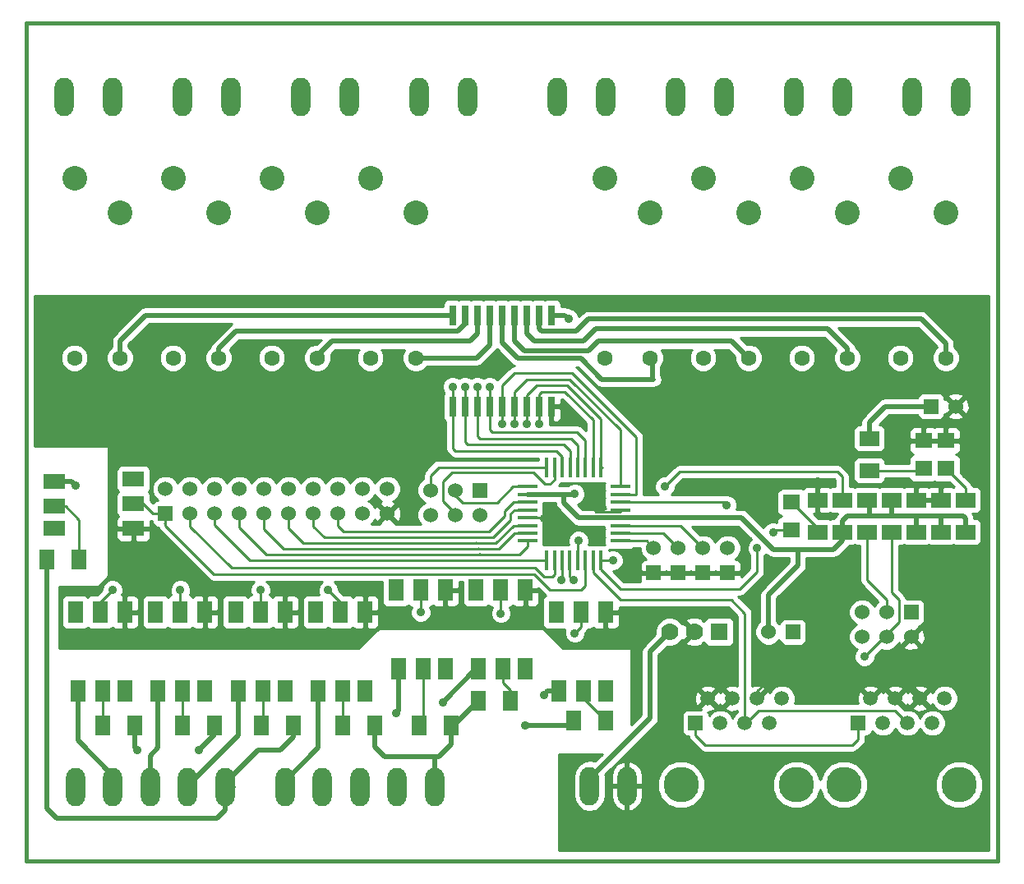
<source format=gtl>
G04 (created by PCBNEW (2013-mar-13)-testing) date jeu. 09 mai 2013 09:34:03 CEST*
%MOIN*%
G04 Gerber Fmt 3.4, Leading zero omitted, Abs format*
%FSLAX34Y34*%
G01*
G70*
G90*
G04 APERTURE LIST*
%ADD10C,2.3622e-06*%
%ADD11C,0.015*%
%ADD12R,0.03X0.0787402*%
%ADD13R,0.06X0.06*%
%ADD14C,0.06*%
%ADD15R,0.0787X0.0177*%
%ADD16R,0.0177X0.0787*%
%ADD17R,0.062X0.09*%
%ADD18O,0.078X0.156*%
%ADD19R,0.0709X0.0629*%
%ADD20C,0.1437*%
%ADD21R,0.0591X0.0591*%
%ADD22C,0.0591*%
%ADD23R,0.06X0.08*%
%ADD24R,0.08X0.06*%
%ADD25R,0.09X0.062*%
%ADD26C,0.07*%
%ADD27R,0.07X0.07*%
%ADD28C,0.063*%
%ADD29C,0.1*%
%ADD30C,0.035*%
%ADD31C,0.0197*%
%ADD32C,0.01*%
G04 APERTURE END LIST*
G54D10*
G54D11*
X71500Y-62000D02*
X110900Y-62000D01*
X71500Y-28000D02*
X110900Y-28000D01*
X110900Y-28000D02*
X110800Y-28000D01*
X110900Y-62000D02*
X110900Y-28000D01*
X71500Y-62000D02*
X71500Y-28000D01*
G54D12*
X88800Y-43550D03*
X89300Y-43550D03*
X89800Y-43550D03*
X90300Y-43550D03*
X90800Y-43550D03*
X91300Y-43550D03*
X91800Y-43550D03*
X92300Y-43550D03*
X92800Y-43550D03*
X92800Y-39850D03*
X92300Y-39850D03*
X91800Y-39850D03*
X88800Y-39849D03*
X89300Y-39850D03*
X89800Y-39850D03*
X90300Y-39850D03*
X90800Y-39850D03*
X91300Y-39850D03*
G54D13*
X77150Y-47900D03*
G54D14*
X77150Y-46900D03*
X78150Y-47900D03*
X78150Y-46900D03*
X79150Y-47900D03*
X79150Y-46900D03*
X80150Y-47900D03*
X80150Y-46900D03*
X81150Y-47900D03*
X81150Y-46900D03*
X82150Y-47900D03*
X82150Y-46900D03*
X83150Y-47900D03*
X83150Y-46900D03*
X84150Y-47900D03*
X84150Y-46900D03*
X85150Y-47900D03*
X85150Y-46900D03*
X86150Y-47900D03*
X86150Y-46900D03*
G54D13*
X102600Y-52700D03*
G54D14*
X101600Y-52700D03*
G54D15*
X95596Y-46807D03*
X95596Y-47122D03*
X95596Y-47437D03*
X95596Y-47752D03*
X95596Y-48067D03*
X95596Y-48382D03*
X95596Y-48697D03*
X95596Y-49012D03*
X91830Y-49010D03*
X91830Y-46800D03*
X91830Y-47120D03*
X91830Y-47440D03*
X91830Y-47750D03*
X91830Y-48070D03*
X91830Y-48380D03*
X91830Y-48700D03*
G54D16*
X94812Y-49800D03*
X94498Y-49800D03*
X94182Y-49800D03*
X93868Y-49800D03*
X93552Y-49800D03*
X93238Y-49800D03*
X92922Y-49800D03*
X92608Y-49800D03*
X94810Y-46020D03*
X94500Y-46020D03*
X94180Y-46020D03*
X93870Y-46020D03*
X93560Y-46020D03*
X93240Y-46020D03*
X92920Y-46020D03*
X92600Y-46020D03*
G54D17*
X89850Y-54200D03*
X90850Y-54200D03*
X91750Y-54200D03*
X91750Y-51000D03*
X90750Y-51000D03*
X89750Y-51000D03*
X93100Y-55100D03*
X94100Y-55100D03*
X95000Y-55100D03*
X95000Y-51900D03*
X94000Y-51900D03*
X93000Y-51900D03*
X86600Y-54200D03*
X87600Y-54200D03*
X88500Y-54200D03*
X88500Y-51000D03*
X87500Y-51000D03*
X86500Y-51000D03*
X83350Y-55100D03*
X84350Y-55100D03*
X85250Y-55100D03*
X85250Y-51900D03*
X84250Y-51900D03*
X83250Y-51900D03*
X80100Y-55100D03*
X81100Y-55100D03*
X82000Y-55100D03*
X82000Y-51900D03*
X81000Y-51900D03*
X80000Y-51900D03*
X76850Y-55100D03*
X77850Y-55100D03*
X78750Y-55100D03*
X78750Y-51900D03*
X77750Y-51900D03*
X76750Y-51900D03*
X73600Y-55100D03*
X74600Y-55100D03*
X75500Y-55100D03*
X75500Y-51900D03*
X74500Y-51900D03*
X73500Y-51900D03*
G54D18*
X82000Y-59000D03*
X83515Y-59000D03*
X85031Y-59000D03*
X86547Y-59000D03*
X88062Y-59000D03*
X73500Y-59000D03*
X75015Y-59000D03*
X76531Y-59000D03*
X78047Y-59000D03*
X79562Y-59000D03*
G54D13*
X107400Y-51900D03*
G54D14*
X107400Y-52900D03*
X106400Y-51900D03*
X106400Y-52900D03*
X105400Y-51900D03*
X105400Y-52900D03*
G54D19*
X108800Y-46059D03*
X108800Y-44941D03*
X107900Y-46059D03*
X107900Y-44941D03*
X102550Y-48559D03*
X102550Y-47441D03*
G54D18*
X89390Y-31000D03*
X87420Y-31000D03*
X84590Y-31000D03*
X82620Y-31000D03*
X79790Y-31000D03*
X77820Y-31000D03*
X94990Y-31000D03*
X93020Y-31000D03*
X74990Y-31000D03*
X73020Y-31000D03*
X99790Y-31000D03*
X97820Y-31000D03*
X109390Y-31000D03*
X107420Y-31000D03*
X104590Y-31000D03*
X102620Y-31000D03*
G54D13*
X99950Y-50300D03*
G54D14*
X99950Y-49300D03*
G54D13*
X98950Y-50300D03*
G54D14*
X98950Y-49300D03*
G54D13*
X96950Y-50300D03*
G54D14*
X96950Y-49300D03*
G54D13*
X108200Y-43550D03*
G54D14*
X109200Y-43550D03*
G54D13*
X97950Y-50300D03*
G54D14*
X97950Y-49300D03*
G54D20*
X102738Y-58900D03*
X98065Y-58900D03*
G54D21*
X98650Y-56400D03*
G54D22*
X99150Y-55400D03*
X99650Y-56400D03*
X100150Y-55400D03*
X100650Y-56400D03*
X101150Y-55400D03*
X101650Y-56400D03*
X102150Y-55400D03*
G54D20*
X109338Y-58900D03*
X104665Y-58900D03*
G54D21*
X105250Y-56400D03*
G54D22*
X105750Y-55400D03*
X106250Y-56400D03*
X106750Y-55400D03*
X107250Y-56400D03*
X107750Y-55400D03*
X108250Y-56400D03*
X108750Y-55400D03*
G54D23*
X84350Y-56500D03*
X85650Y-56500D03*
G54D24*
X104600Y-48650D03*
X104600Y-47350D03*
X103600Y-48650D03*
X103600Y-47350D03*
X108600Y-48650D03*
X108600Y-47350D03*
X107600Y-48650D03*
X107600Y-47350D03*
X105700Y-44850D03*
X105700Y-46150D03*
G54D23*
X77850Y-56500D03*
X79150Y-56500D03*
G54D24*
X109600Y-48650D03*
X109600Y-47350D03*
G54D23*
X74600Y-56500D03*
X75900Y-56500D03*
X81050Y-56500D03*
X82350Y-56500D03*
X95000Y-56300D03*
X93700Y-56300D03*
X87450Y-56500D03*
X88750Y-56500D03*
X91150Y-55500D03*
X89850Y-55500D03*
G54D13*
X89900Y-46950D03*
G54D14*
X89900Y-47950D03*
X88900Y-46950D03*
X88900Y-47950D03*
X87900Y-46950D03*
X87900Y-47950D03*
G54D25*
X72650Y-46600D03*
X72650Y-47600D03*
X72650Y-48500D03*
X75850Y-48500D03*
X75850Y-47500D03*
X75850Y-46500D03*
G54D23*
X73650Y-49750D03*
X72350Y-49750D03*
G54D26*
X97600Y-52700D03*
X98600Y-52700D03*
G54D27*
X99600Y-52700D03*
G54D24*
X106600Y-47350D03*
X106600Y-48650D03*
X105600Y-47350D03*
X105600Y-48650D03*
G54D28*
X73453Y-41587D03*
X75303Y-41587D03*
G54D29*
X75303Y-35681D03*
X73453Y-34303D03*
G54D28*
X77453Y-41587D03*
X79303Y-41587D03*
G54D29*
X79303Y-35681D03*
X77453Y-34303D03*
G54D28*
X81453Y-41587D03*
X83303Y-41587D03*
G54D29*
X83303Y-35681D03*
X81453Y-34303D03*
G54D28*
X85453Y-41587D03*
X87303Y-41587D03*
G54D29*
X87303Y-35681D03*
X85453Y-34303D03*
G54D28*
X94953Y-41587D03*
X96803Y-41587D03*
G54D29*
X96803Y-35681D03*
X94953Y-34303D03*
G54D28*
X98953Y-41587D03*
X100803Y-41587D03*
G54D29*
X100803Y-35681D03*
X98953Y-34303D03*
G54D28*
X102953Y-41587D03*
X104803Y-41587D03*
G54D29*
X104803Y-35681D03*
X102953Y-34303D03*
G54D28*
X106953Y-41587D03*
X108803Y-41587D03*
G54D29*
X108803Y-35681D03*
X106953Y-34303D03*
G54D18*
X94350Y-58950D03*
X95865Y-58950D03*
G54D30*
X93500Y-40000D03*
X93750Y-47100D03*
X99900Y-47550D03*
X75000Y-51000D03*
X77750Y-51000D03*
X81000Y-51000D03*
X83750Y-51000D03*
X87500Y-51900D03*
X90750Y-51950D03*
X93750Y-52750D03*
X78500Y-57500D03*
X76000Y-57500D03*
X91750Y-56500D03*
X103600Y-46600D03*
X92500Y-48100D03*
X94400Y-47600D03*
X93500Y-43900D03*
X73500Y-46750D03*
X86500Y-56000D03*
X88400Y-55550D03*
X92500Y-55250D03*
X95300Y-49800D03*
X101150Y-49300D03*
X101800Y-48650D03*
X88800Y-42750D03*
X89300Y-42750D03*
X89800Y-42750D03*
X90300Y-42750D03*
X90800Y-44250D03*
X91300Y-44250D03*
X91800Y-44250D03*
X92300Y-44250D03*
X97400Y-46800D03*
X93900Y-49000D03*
X93700Y-50600D03*
X105500Y-53700D03*
X93200Y-50600D03*
G54D31*
X106750Y-43550D02*
X106350Y-43550D01*
X108200Y-43550D02*
X106750Y-43550D01*
X105700Y-44200D02*
X105700Y-44850D01*
X106350Y-43550D02*
X105700Y-44200D01*
X94350Y-58950D02*
X94350Y-58650D01*
X96800Y-53500D02*
X97600Y-52700D01*
X96800Y-55700D02*
X96800Y-53500D01*
X96800Y-56200D02*
X96800Y-55700D01*
X94350Y-58650D02*
X96800Y-56200D01*
X92800Y-39850D02*
X93350Y-39850D01*
X93350Y-39850D02*
X93500Y-40000D01*
X105700Y-48000D02*
X105700Y-47450D01*
X105700Y-47450D02*
X105600Y-47350D01*
X104600Y-48650D02*
X104600Y-48200D01*
X104800Y-48000D02*
X105700Y-48000D01*
X105700Y-48000D02*
X106700Y-48000D01*
X104600Y-48200D02*
X104800Y-48000D01*
X101600Y-52700D02*
X101600Y-51200D01*
X102800Y-50000D02*
X102800Y-49350D01*
X101600Y-51200D02*
X102800Y-50000D01*
X106600Y-48000D02*
X106600Y-47700D01*
X106700Y-48000D02*
X106600Y-48000D01*
X106600Y-47700D02*
X106600Y-47350D01*
X106900Y-48000D02*
X106700Y-48000D01*
X106900Y-48000D02*
X107600Y-48000D01*
X107600Y-48650D02*
X107600Y-48000D01*
X108600Y-48650D02*
X108600Y-48000D01*
X109600Y-48100D02*
X109600Y-48650D01*
X109500Y-48000D02*
X109600Y-48100D01*
X107600Y-48000D02*
X108600Y-48000D01*
X108600Y-48000D02*
X109500Y-48000D01*
X101800Y-49350D02*
X102800Y-49350D01*
X95596Y-48067D02*
X100517Y-48067D01*
X100517Y-48067D02*
X101800Y-49350D01*
X102800Y-49350D02*
X104250Y-49350D01*
X104250Y-49350D02*
X104600Y-49000D01*
X104600Y-49000D02*
X104600Y-48650D01*
X93770Y-47120D02*
X93300Y-47120D01*
X93750Y-47100D02*
X93750Y-47120D01*
X93750Y-47120D02*
X93770Y-47120D01*
X93300Y-47120D02*
X93300Y-47450D01*
X93300Y-47450D02*
X93917Y-48067D01*
X93917Y-48067D02*
X94717Y-48067D01*
X94717Y-48067D02*
X95596Y-48067D01*
X91830Y-47120D02*
X93300Y-47120D01*
G54D32*
X95600Y-51400D02*
X100100Y-51400D01*
X94498Y-50298D02*
X95600Y-51400D01*
X94498Y-49800D02*
X94498Y-50298D01*
X100650Y-51950D02*
X100650Y-56400D01*
X100100Y-51400D02*
X100650Y-51950D01*
X100650Y-56400D02*
X100700Y-56400D01*
X106750Y-55900D02*
X107250Y-56400D01*
X101200Y-55900D02*
X106750Y-55900D01*
X100700Y-56400D02*
X101200Y-55900D01*
X95596Y-49012D02*
X96662Y-49012D01*
X96662Y-49012D02*
X96950Y-49300D01*
X95596Y-48697D02*
X97347Y-48697D01*
X97347Y-48697D02*
X97950Y-49300D01*
X95596Y-48382D02*
X98032Y-48382D01*
X98032Y-48382D02*
X98950Y-49300D01*
X95596Y-48382D02*
X96018Y-48382D01*
X95596Y-47437D02*
X99787Y-47437D01*
X99787Y-47437D02*
X99900Y-47550D01*
X91750Y-50350D02*
X92100Y-50350D01*
X81375Y-50350D02*
X90950Y-50350D01*
X90950Y-50350D02*
X91750Y-50350D01*
X92100Y-50350D02*
X92750Y-51000D01*
X75850Y-47500D02*
X76250Y-47500D01*
X76650Y-47900D02*
X77150Y-47900D01*
X76250Y-47500D02*
X76650Y-47900D01*
X94000Y-51000D02*
X94182Y-50818D01*
X93650Y-51000D02*
X94000Y-51000D01*
X92750Y-51000D02*
X93650Y-51000D01*
X94182Y-49800D02*
X94182Y-50468D01*
X94182Y-50818D02*
X94182Y-50468D01*
X77150Y-48300D02*
X77100Y-48300D01*
X77100Y-48300D02*
X77150Y-48300D01*
X81375Y-50350D02*
X79100Y-50350D01*
X77150Y-48400D02*
X77150Y-48300D01*
X77150Y-48300D02*
X77150Y-47900D01*
X79100Y-50350D02*
X77150Y-48400D01*
X81375Y-50350D02*
X81350Y-50350D01*
X91050Y-50100D02*
X92150Y-50100D01*
X92922Y-50372D02*
X92844Y-50450D01*
X92922Y-49800D02*
X92922Y-50372D01*
X91050Y-50100D02*
X79825Y-50100D01*
X79825Y-50100D02*
X78150Y-48425D01*
X78150Y-48425D02*
X78150Y-47900D01*
X92500Y-50450D02*
X92844Y-50450D01*
X92150Y-50100D02*
X92500Y-50450D01*
X74500Y-51900D02*
X74500Y-51500D01*
X74500Y-51500D02*
X75000Y-51000D01*
X77750Y-51900D02*
X77750Y-51000D01*
X92608Y-49800D02*
X91808Y-49800D01*
X80575Y-49800D02*
X91808Y-49800D01*
X79150Y-48375D02*
X80575Y-49800D01*
X79150Y-48375D02*
X79150Y-47900D01*
X81000Y-51900D02*
X81000Y-51000D01*
X89800Y-49550D02*
X89875Y-49550D01*
X89100Y-49550D02*
X81250Y-49550D01*
X81250Y-49550D02*
X80150Y-48450D01*
X80150Y-47900D02*
X80150Y-48450D01*
X89800Y-49550D02*
X89100Y-49550D01*
X89900Y-49525D02*
X89900Y-49550D01*
X89875Y-49550D02*
X89900Y-49525D01*
X89900Y-49550D02*
X89900Y-49550D01*
X89900Y-49550D02*
X91500Y-49550D01*
X91830Y-49220D02*
X91830Y-49010D01*
X91500Y-49550D02*
X91830Y-49220D01*
X84250Y-51900D02*
X84250Y-51500D01*
X84250Y-51500D02*
X83750Y-51000D01*
X89000Y-49325D02*
X89825Y-49325D01*
X89825Y-49325D02*
X89825Y-49300D01*
X89825Y-49300D02*
X89825Y-49325D01*
X90550Y-49325D02*
X90675Y-49325D01*
X91300Y-48700D02*
X91830Y-48700D01*
X91300Y-48700D02*
X90675Y-49325D01*
X89825Y-49325D02*
X90550Y-49325D01*
X89000Y-49325D02*
X89000Y-49325D01*
X89000Y-49325D02*
X81950Y-49325D01*
X81950Y-49325D02*
X81150Y-48525D01*
X81150Y-47900D02*
X81150Y-48525D01*
X89800Y-49325D02*
X89825Y-49325D01*
X87500Y-51900D02*
X87500Y-51000D01*
X87500Y-51250D02*
X87250Y-51000D01*
X88900Y-49100D02*
X89725Y-49100D01*
X89725Y-49100D02*
X89725Y-49075D01*
X89725Y-49075D02*
X89725Y-49100D01*
X89725Y-49100D02*
X89725Y-49100D01*
X89725Y-49100D02*
X90550Y-49100D01*
X90550Y-49100D02*
X91270Y-48380D01*
X91270Y-48380D02*
X91830Y-48380D01*
X88925Y-49100D02*
X88900Y-49100D01*
X88900Y-49100D02*
X82750Y-49100D01*
X82750Y-49100D02*
X82150Y-48500D01*
X82150Y-47900D02*
X82150Y-48500D01*
X90750Y-51950D02*
X90750Y-51000D01*
X90750Y-51250D02*
X90500Y-51000D01*
X90175Y-48875D02*
X90425Y-48875D01*
X89600Y-48875D02*
X90175Y-48875D01*
X88800Y-48875D02*
X83600Y-48875D01*
X83600Y-48875D02*
X83150Y-48425D01*
X83150Y-47900D02*
X83150Y-48425D01*
X91300Y-47750D02*
X91830Y-47750D01*
X88800Y-48875D02*
X89600Y-48875D01*
X91150Y-47900D02*
X91300Y-47750D01*
X91150Y-48150D02*
X91150Y-47900D01*
X90425Y-48875D02*
X91150Y-48150D01*
X94000Y-51900D02*
X94000Y-52500D01*
X94000Y-52500D02*
X93750Y-52750D01*
X91830Y-47440D02*
X91260Y-47440D01*
X90900Y-47800D02*
X91200Y-47500D01*
X90900Y-48000D02*
X90900Y-47800D01*
X90275Y-48625D02*
X90900Y-48000D01*
X90275Y-48625D02*
X90000Y-48625D01*
X91260Y-47440D02*
X91200Y-47500D01*
X84150Y-47900D02*
X84150Y-48400D01*
X89525Y-48625D02*
X90000Y-48625D01*
X88750Y-48625D02*
X89525Y-48625D01*
X88725Y-48625D02*
X88750Y-48625D01*
X84375Y-48625D02*
X88725Y-48625D01*
X84150Y-48400D02*
X84375Y-48625D01*
X90000Y-48625D02*
X90025Y-48625D01*
G54D31*
X79562Y-59000D02*
X79562Y-58837D01*
X82350Y-56950D02*
X82350Y-56500D01*
X81800Y-57500D02*
X82350Y-56950D01*
X80900Y-57500D02*
X81800Y-57500D01*
X79562Y-58837D02*
X80900Y-57500D01*
X72350Y-49750D02*
X72350Y-59850D01*
X79562Y-59937D02*
X79562Y-59000D01*
X79250Y-60250D02*
X79562Y-59937D01*
X72750Y-60250D02*
X79250Y-60250D01*
X72350Y-59850D02*
X72750Y-60250D01*
X79562Y-59000D02*
X79900Y-59000D01*
X79150Y-56500D02*
X79150Y-56850D01*
X79150Y-56850D02*
X78500Y-57500D01*
X75900Y-56500D02*
X75900Y-57400D01*
X75900Y-57400D02*
X76000Y-57500D01*
X88750Y-56500D02*
X88850Y-56500D01*
X88850Y-56500D02*
X89850Y-55500D01*
X88750Y-56500D02*
X88750Y-56350D01*
X91750Y-56500D02*
X93500Y-56500D01*
X93500Y-56500D02*
X93700Y-56300D01*
X85650Y-56500D02*
X85650Y-57350D01*
X86050Y-57750D02*
X88062Y-57750D01*
X85650Y-57350D02*
X86050Y-57750D01*
X88062Y-59000D02*
X88062Y-57750D01*
X88100Y-57800D02*
X88100Y-57750D01*
X88100Y-57787D02*
X88100Y-57800D01*
X88062Y-57750D02*
X88100Y-57787D01*
X88000Y-58937D02*
X88062Y-59000D01*
X88100Y-57750D02*
X88250Y-57750D01*
X88250Y-57750D02*
X88750Y-57250D01*
X88750Y-57250D02*
X88750Y-56500D01*
G54D32*
X107750Y-55400D02*
X107750Y-55200D01*
X101150Y-55100D02*
X101500Y-54750D01*
X101500Y-54750D02*
X107100Y-54750D01*
X101150Y-55100D02*
X101150Y-55400D01*
X107300Y-54750D02*
X107100Y-54750D01*
X107750Y-55200D02*
X107300Y-54750D01*
X103600Y-47350D02*
X103600Y-46600D01*
X92470Y-48070D02*
X91830Y-48070D01*
X92500Y-48100D02*
X92470Y-48070D01*
X92800Y-43550D02*
X93150Y-43550D01*
X95596Y-47818D02*
X95596Y-47752D01*
X94618Y-47818D02*
X95596Y-47818D01*
X94400Y-47600D02*
X94618Y-47818D01*
X93150Y-43550D02*
X93500Y-43900D01*
G54D31*
X72650Y-46600D02*
X73350Y-46600D01*
X73350Y-46600D02*
X73500Y-46750D01*
X75015Y-59000D02*
X75015Y-58515D01*
X73600Y-57100D02*
X73600Y-55100D01*
X75015Y-58515D02*
X73600Y-57100D01*
X76531Y-59000D02*
X76531Y-57718D01*
X76850Y-57400D02*
X76850Y-55100D01*
X76531Y-57718D02*
X76850Y-57400D01*
X78047Y-59000D02*
X78047Y-58952D01*
X80100Y-56900D02*
X80100Y-55100D01*
X78047Y-58952D02*
X80100Y-56900D01*
X82000Y-59000D02*
X82000Y-58750D01*
X83350Y-57400D02*
X83350Y-55100D01*
X82000Y-58750D02*
X83350Y-57400D01*
X86600Y-55150D02*
X86600Y-54200D01*
X86600Y-55900D02*
X86600Y-55150D01*
X86600Y-55150D02*
X86600Y-55100D01*
X86500Y-56000D02*
X86600Y-55900D01*
X89850Y-54200D02*
X89750Y-54200D01*
X89750Y-54200D02*
X88400Y-55550D01*
X93100Y-55100D02*
X92650Y-55100D01*
X92650Y-55100D02*
X92500Y-55250D01*
G54D32*
X95300Y-49800D02*
X94812Y-49800D01*
X94812Y-49800D02*
X94812Y-50162D01*
X94812Y-50162D02*
X95600Y-50950D01*
X95600Y-50950D02*
X100450Y-50950D01*
X100450Y-50950D02*
X101150Y-50250D01*
X101150Y-50250D02*
X101150Y-49300D01*
X101800Y-48650D02*
X101891Y-48559D01*
X101891Y-48559D02*
X102550Y-48559D01*
X87900Y-46950D02*
X87900Y-46350D01*
X88230Y-46020D02*
X92600Y-46020D01*
X87900Y-46350D02*
X88230Y-46020D01*
X88900Y-47950D02*
X88900Y-47900D01*
X92920Y-46530D02*
X92920Y-46020D01*
X92750Y-46700D02*
X92920Y-46530D01*
X92550Y-46700D02*
X92750Y-46700D01*
X92070Y-46220D02*
X92550Y-46700D01*
X88779Y-46220D02*
X92070Y-46220D01*
X88400Y-46600D02*
X88779Y-46220D01*
X88400Y-47400D02*
X88400Y-46600D01*
X88900Y-47900D02*
X88400Y-47400D01*
X90850Y-54200D02*
X90850Y-54750D01*
X91150Y-55050D02*
X91150Y-55500D01*
X90850Y-54750D02*
X91150Y-55050D01*
X94100Y-55100D02*
X94100Y-55400D01*
X94100Y-55400D02*
X95000Y-56300D01*
X94150Y-55150D02*
X94100Y-55100D01*
X84350Y-55100D02*
X84350Y-56500D01*
X84250Y-55200D02*
X84350Y-55100D01*
X81100Y-55100D02*
X81100Y-56450D01*
X81100Y-56450D02*
X81050Y-56500D01*
X87600Y-54200D02*
X87600Y-55100D01*
X87600Y-56350D02*
X87450Y-56500D01*
X87600Y-55100D02*
X87600Y-56350D01*
X103600Y-48650D02*
X103600Y-48491D01*
X103600Y-48491D02*
X102550Y-47441D01*
X73650Y-49750D02*
X73650Y-48150D01*
X73100Y-47600D02*
X72650Y-47600D01*
X73650Y-48150D02*
X73100Y-47600D01*
X74600Y-56500D02*
X74600Y-55100D01*
X77850Y-56500D02*
X77850Y-55100D01*
X105700Y-46150D02*
X107809Y-46150D01*
X107809Y-46150D02*
X107900Y-46059D01*
X107809Y-46150D02*
X107900Y-46059D01*
X109600Y-47350D02*
X109600Y-46859D01*
X109600Y-46859D02*
X108800Y-46059D01*
X88800Y-42750D02*
X88800Y-43550D01*
X89100Y-45350D02*
X88900Y-45350D01*
X89100Y-45350D02*
X93000Y-45350D01*
X93000Y-45350D02*
X93240Y-45590D01*
X93240Y-46020D02*
X93240Y-45590D01*
X88800Y-45050D02*
X88800Y-43550D01*
X88800Y-45250D02*
X88800Y-45050D01*
X88900Y-45350D02*
X88800Y-45250D01*
X89300Y-43550D02*
X89300Y-42750D01*
X89550Y-45100D02*
X89400Y-45100D01*
X89300Y-44900D02*
X89300Y-43550D01*
X89300Y-45000D02*
X89300Y-44900D01*
X89400Y-45100D02*
X89300Y-45000D01*
X93560Y-45360D02*
X93560Y-46020D01*
X93300Y-45100D02*
X93560Y-45360D01*
X89500Y-45100D02*
X89550Y-45100D01*
X89550Y-45100D02*
X93300Y-45100D01*
X89800Y-42750D02*
X89800Y-43550D01*
X90050Y-44850D02*
X89900Y-44850D01*
X90050Y-44850D02*
X93600Y-44850D01*
X93600Y-44850D02*
X93870Y-45120D01*
X93870Y-46020D02*
X93870Y-45120D01*
X89800Y-44600D02*
X89800Y-43550D01*
X89800Y-44750D02*
X89800Y-44600D01*
X89900Y-44850D02*
X89800Y-44750D01*
X90300Y-42750D02*
X90300Y-43550D01*
X90400Y-44600D02*
X90550Y-44600D01*
X90300Y-44500D02*
X90400Y-44600D01*
X90300Y-44350D02*
X90300Y-44500D01*
X90550Y-44600D02*
X93850Y-44600D01*
X93850Y-44600D02*
X94180Y-44930D01*
X94180Y-46020D02*
X94180Y-44930D01*
X90300Y-44350D02*
X90300Y-43550D01*
X96228Y-47122D02*
X96250Y-47100D01*
X96250Y-47100D02*
X96250Y-44800D01*
X90800Y-44250D02*
X90800Y-43550D01*
X95596Y-47122D02*
X96228Y-47122D01*
X96250Y-44800D02*
X93650Y-42200D01*
X93650Y-42200D02*
X91300Y-42200D01*
X91300Y-42200D02*
X90800Y-42700D01*
X90800Y-42700D02*
X90800Y-43550D01*
X91300Y-43550D02*
X91300Y-44250D01*
X91300Y-43550D02*
X91300Y-42950D01*
X95596Y-44496D02*
X95596Y-46807D01*
X93550Y-42450D02*
X95596Y-44496D01*
X91800Y-42450D02*
X93550Y-42450D01*
X91300Y-42950D02*
X91800Y-42450D01*
X91800Y-43550D02*
X91800Y-44250D01*
X91800Y-43550D02*
X91800Y-43100D01*
X94810Y-44060D02*
X94810Y-46020D01*
X93450Y-42700D02*
X94810Y-44060D01*
X92200Y-42700D02*
X93450Y-42700D01*
X91800Y-43100D02*
X92200Y-42700D01*
X94810Y-46020D02*
X94880Y-46020D01*
X92300Y-43550D02*
X92300Y-44250D01*
X92300Y-43550D02*
X92300Y-43050D01*
X94500Y-44100D02*
X94500Y-46020D01*
X93350Y-42950D02*
X94500Y-44100D01*
X92400Y-42950D02*
X93350Y-42950D01*
X92300Y-43050D02*
X92400Y-42950D01*
G54D31*
X88800Y-39849D02*
X76350Y-39849D01*
X75303Y-40897D02*
X75303Y-41587D01*
X76350Y-39849D02*
X75303Y-40897D01*
X89300Y-39850D02*
X89300Y-40200D01*
X79303Y-41197D02*
X79303Y-41587D01*
X80000Y-40500D02*
X79303Y-41197D01*
X89000Y-40500D02*
X80000Y-40500D01*
X89300Y-40200D02*
X89000Y-40500D01*
X83303Y-41587D02*
X83303Y-41497D01*
X89800Y-40600D02*
X89600Y-40800D01*
X89800Y-40600D02*
X89800Y-39850D01*
X89500Y-40900D02*
X89600Y-40800D01*
X83900Y-40900D02*
X89500Y-40900D01*
X83303Y-41497D02*
X83900Y-40900D01*
X87303Y-41587D02*
X89763Y-41587D01*
X90300Y-41050D02*
X89763Y-41587D01*
X90300Y-41050D02*
X90300Y-39850D01*
X94000Y-41600D02*
X91450Y-41600D01*
X96900Y-42450D02*
X96900Y-41684D01*
X96900Y-41684D02*
X96803Y-41587D01*
X90800Y-40950D02*
X90800Y-39850D01*
X91450Y-41600D02*
X90800Y-40950D01*
X94850Y-42450D02*
X94000Y-41600D01*
X96950Y-42450D02*
X96900Y-42450D01*
X96900Y-42450D02*
X94850Y-42450D01*
X91300Y-39850D02*
X91300Y-40900D01*
X100116Y-40900D02*
X100803Y-41587D01*
X94700Y-40900D02*
X100116Y-40900D01*
X94300Y-41300D02*
X94700Y-40900D01*
X91700Y-41300D02*
X94300Y-41300D01*
X91300Y-40900D02*
X91700Y-41300D01*
X102900Y-40400D02*
X104000Y-40400D01*
X104100Y-40500D02*
X104803Y-41203D01*
X104097Y-40497D02*
X104100Y-40500D01*
X104803Y-41587D02*
X104803Y-41203D01*
X94600Y-40400D02*
X100500Y-40400D01*
X100500Y-40400D02*
X102900Y-40400D01*
X91800Y-40600D02*
X91800Y-39850D01*
X94100Y-40900D02*
X94502Y-40497D01*
X92100Y-40900D02*
X94100Y-40900D01*
X91800Y-40600D02*
X92100Y-40900D01*
X94502Y-40497D02*
X94600Y-40400D01*
X104000Y-40400D02*
X104097Y-40497D01*
X108000Y-40200D02*
X107800Y-40000D01*
X93800Y-40500D02*
X94300Y-40000D01*
X94300Y-40000D02*
X107800Y-40000D01*
X92300Y-40400D02*
X92300Y-39850D01*
X92300Y-40400D02*
X92400Y-40500D01*
X92400Y-40500D02*
X93800Y-40500D01*
X108000Y-40200D02*
X108000Y-40200D01*
X108000Y-40200D02*
X108803Y-41003D01*
X108803Y-41003D02*
X108803Y-41587D01*
G54D32*
X104600Y-47350D02*
X104600Y-46400D01*
X98000Y-46200D02*
X97400Y-46800D01*
X104400Y-46200D02*
X98000Y-46200D01*
X104600Y-46400D02*
X104400Y-46200D01*
X93868Y-49800D02*
X93868Y-49032D01*
X93868Y-49032D02*
X93900Y-49000D01*
X88900Y-46950D02*
X88900Y-47150D01*
X91250Y-46800D02*
X91830Y-46800D01*
X90600Y-47450D02*
X91250Y-46800D01*
X89200Y-47450D02*
X90600Y-47450D01*
X88900Y-47150D02*
X89200Y-47450D01*
X93552Y-49800D02*
X93552Y-50452D01*
X93552Y-50452D02*
X93700Y-50600D01*
X105600Y-48650D02*
X105600Y-50600D01*
X106400Y-51400D02*
X106400Y-51900D01*
X105600Y-50600D02*
X106400Y-51400D01*
X98650Y-56400D02*
X98650Y-56900D01*
X98650Y-56900D02*
X99050Y-57300D01*
X99050Y-57300D02*
X105000Y-57300D01*
X105000Y-57300D02*
X105250Y-57050D01*
X105250Y-57050D02*
X105250Y-56400D01*
X106300Y-52900D02*
X106400Y-52900D01*
X105500Y-53700D02*
X106300Y-52900D01*
X106400Y-52900D02*
X106400Y-52800D01*
X106400Y-52800D02*
X106900Y-52300D01*
X106900Y-52300D02*
X106900Y-51400D01*
X106900Y-51400D02*
X106600Y-51100D01*
X106600Y-51100D02*
X106600Y-48650D01*
X93238Y-49800D02*
X93238Y-50562D01*
X93238Y-50562D02*
X93200Y-50600D01*
G54D10*
G36*
X89976Y-47955D02*
X89905Y-48026D01*
X89900Y-48020D01*
X89894Y-48026D01*
X89823Y-47955D01*
X89829Y-47950D01*
X89823Y-47944D01*
X89894Y-47873D01*
X89900Y-47879D01*
X89905Y-47873D01*
X89976Y-47944D01*
X89970Y-47950D01*
X89976Y-47955D01*
X89976Y-47955D01*
G37*
G54D32*
X89976Y-47955D02*
X89905Y-48026D01*
X89900Y-48020D01*
X89894Y-48026D01*
X89823Y-47955D01*
X89829Y-47950D01*
X89823Y-47944D01*
X89894Y-47873D01*
X89900Y-47879D01*
X89905Y-47873D01*
X89976Y-47944D01*
X89970Y-47950D01*
X89976Y-47955D01*
G54D10*
G36*
X94200Y-44525D02*
X94062Y-44387D01*
X93964Y-44322D01*
X93850Y-44300D01*
X93200Y-44300D01*
X93200Y-43894D01*
X93200Y-43662D01*
X93137Y-43600D01*
X92850Y-43600D01*
X92850Y-44131D01*
X92912Y-44193D01*
X92999Y-44193D01*
X93091Y-44155D01*
X93161Y-44085D01*
X93199Y-43993D01*
X93200Y-43894D01*
X93200Y-44300D01*
X92724Y-44300D01*
X92725Y-44165D01*
X92722Y-44158D01*
X92750Y-44131D01*
X92750Y-43600D01*
X92742Y-43600D01*
X92742Y-43500D01*
X92750Y-43500D01*
X92750Y-43492D01*
X92850Y-43492D01*
X92850Y-43500D01*
X93137Y-43500D01*
X93200Y-43437D01*
X93200Y-43250D01*
X93225Y-43250D01*
X94200Y-44224D01*
X94200Y-44525D01*
X94200Y-44525D01*
G37*
G54D32*
X94200Y-44525D02*
X94062Y-44387D01*
X93964Y-44322D01*
X93850Y-44300D01*
X93200Y-44300D01*
X93200Y-43894D01*
X93200Y-43662D01*
X93137Y-43600D01*
X92850Y-43600D01*
X92850Y-44131D01*
X92912Y-44193D01*
X92999Y-44193D01*
X93091Y-44155D01*
X93161Y-44085D01*
X93199Y-43993D01*
X93200Y-43894D01*
X93200Y-44300D01*
X92724Y-44300D01*
X92725Y-44165D01*
X92722Y-44158D01*
X92750Y-44131D01*
X92750Y-43600D01*
X92742Y-43600D01*
X92742Y-43500D01*
X92750Y-43500D01*
X92750Y-43492D01*
X92850Y-43492D01*
X92850Y-43500D01*
X93137Y-43500D01*
X93200Y-43437D01*
X93200Y-43250D01*
X93225Y-43250D01*
X94200Y-44224D01*
X94200Y-44525D01*
G54D10*
G36*
X94960Y-48854D02*
X94952Y-48873D01*
X94952Y-48973D01*
X94952Y-49150D01*
X94956Y-49158D01*
X94950Y-49156D01*
X94850Y-49156D01*
X94673Y-49156D01*
X94655Y-49164D01*
X94636Y-49156D01*
X94536Y-49156D01*
X94359Y-49156D01*
X94340Y-49164D01*
X94320Y-49156D01*
X94295Y-49156D01*
X94324Y-49084D01*
X94325Y-48915D01*
X94260Y-48759D01*
X94141Y-48639D01*
X93984Y-48575D01*
X93815Y-48574D01*
X93659Y-48639D01*
X93539Y-48758D01*
X93475Y-48915D01*
X93474Y-49084D01*
X93504Y-49156D01*
X93413Y-49156D01*
X93395Y-49164D01*
X93376Y-49156D01*
X93276Y-49156D01*
X93099Y-49156D01*
X93080Y-49164D01*
X93060Y-49156D01*
X92960Y-49156D01*
X92783Y-49156D01*
X92765Y-49164D01*
X92746Y-49156D01*
X92646Y-49156D01*
X92470Y-49156D01*
X92473Y-49148D01*
X92473Y-49048D01*
X92473Y-48871D01*
X92466Y-48855D01*
X92473Y-48838D01*
X92473Y-48738D01*
X92473Y-48561D01*
X92464Y-48540D01*
X92473Y-48518D01*
X92473Y-48418D01*
X92473Y-48241D01*
X92466Y-48225D01*
X92473Y-48208D01*
X92473Y-48176D01*
X92411Y-48114D01*
X92399Y-48114D01*
X92365Y-48079D01*
X92329Y-48065D01*
X92364Y-48050D01*
X92389Y-48025D01*
X92411Y-48025D01*
X92473Y-47963D01*
X92473Y-47931D01*
X92464Y-47910D01*
X92473Y-47888D01*
X92473Y-47788D01*
X92473Y-47611D01*
X92466Y-47595D01*
X92473Y-47578D01*
X92473Y-47478D01*
X92473Y-47468D01*
X92955Y-47468D01*
X92978Y-47583D01*
X93053Y-47696D01*
X93670Y-48313D01*
X93783Y-48388D01*
X93783Y-48388D01*
X93917Y-48415D01*
X94717Y-48415D01*
X94952Y-48415D01*
X94952Y-48520D01*
X94960Y-48539D01*
X94952Y-48558D01*
X94952Y-48658D01*
X94952Y-48835D01*
X94960Y-48854D01*
X94960Y-48854D01*
G37*
G54D32*
X94960Y-48854D02*
X94952Y-48873D01*
X94952Y-48973D01*
X94952Y-49150D01*
X94956Y-49158D01*
X94950Y-49156D01*
X94850Y-49156D01*
X94673Y-49156D01*
X94655Y-49164D01*
X94636Y-49156D01*
X94536Y-49156D01*
X94359Y-49156D01*
X94340Y-49164D01*
X94320Y-49156D01*
X94295Y-49156D01*
X94324Y-49084D01*
X94325Y-48915D01*
X94260Y-48759D01*
X94141Y-48639D01*
X93984Y-48575D01*
X93815Y-48574D01*
X93659Y-48639D01*
X93539Y-48758D01*
X93475Y-48915D01*
X93474Y-49084D01*
X93504Y-49156D01*
X93413Y-49156D01*
X93395Y-49164D01*
X93376Y-49156D01*
X93276Y-49156D01*
X93099Y-49156D01*
X93080Y-49164D01*
X93060Y-49156D01*
X92960Y-49156D01*
X92783Y-49156D01*
X92765Y-49164D01*
X92746Y-49156D01*
X92646Y-49156D01*
X92470Y-49156D01*
X92473Y-49148D01*
X92473Y-49048D01*
X92473Y-48871D01*
X92466Y-48855D01*
X92473Y-48838D01*
X92473Y-48738D01*
X92473Y-48561D01*
X92464Y-48540D01*
X92473Y-48518D01*
X92473Y-48418D01*
X92473Y-48241D01*
X92466Y-48225D01*
X92473Y-48208D01*
X92473Y-48176D01*
X92411Y-48114D01*
X92399Y-48114D01*
X92365Y-48079D01*
X92329Y-48065D01*
X92364Y-48050D01*
X92389Y-48025D01*
X92411Y-48025D01*
X92473Y-47963D01*
X92473Y-47931D01*
X92464Y-47910D01*
X92473Y-47888D01*
X92473Y-47788D01*
X92473Y-47611D01*
X92466Y-47595D01*
X92473Y-47578D01*
X92473Y-47478D01*
X92473Y-47468D01*
X92955Y-47468D01*
X92978Y-47583D01*
X93053Y-47696D01*
X93670Y-48313D01*
X93783Y-48388D01*
X93783Y-48388D01*
X93917Y-48415D01*
X94717Y-48415D01*
X94952Y-48415D01*
X94952Y-48520D01*
X94960Y-48539D01*
X94952Y-48558D01*
X94952Y-48658D01*
X94952Y-48835D01*
X94960Y-48854D01*
G54D10*
G36*
X95009Y-47701D02*
X94952Y-47701D01*
X94952Y-47718D01*
X94717Y-47718D01*
X94061Y-47718D01*
X93858Y-47515D01*
X93990Y-47460D01*
X94110Y-47341D01*
X94174Y-47184D01*
X94175Y-47015D01*
X94110Y-46859D01*
X93991Y-46739D01*
X93834Y-46675D01*
X93665Y-46674D01*
X93509Y-46739D01*
X93477Y-46771D01*
X93300Y-46771D01*
X93102Y-46771D01*
X93132Y-46742D01*
X93132Y-46742D01*
X93184Y-46663D01*
X93201Y-46663D01*
X93378Y-46663D01*
X93399Y-46654D01*
X93421Y-46663D01*
X93521Y-46663D01*
X93698Y-46663D01*
X93714Y-46656D01*
X93731Y-46663D01*
X93831Y-46663D01*
X94008Y-46663D01*
X94024Y-46656D01*
X94041Y-46663D01*
X94141Y-46663D01*
X94318Y-46663D01*
X94339Y-46654D01*
X94361Y-46663D01*
X94461Y-46663D01*
X94638Y-46663D01*
X94654Y-46656D01*
X94671Y-46663D01*
X94771Y-46663D01*
X94948Y-46663D01*
X94955Y-46660D01*
X94952Y-46668D01*
X94952Y-46768D01*
X94952Y-46945D01*
X94960Y-46964D01*
X94952Y-46983D01*
X94952Y-47083D01*
X94952Y-47260D01*
X94960Y-47279D01*
X94952Y-47298D01*
X94952Y-47398D01*
X94952Y-47575D01*
X94960Y-47594D01*
X94952Y-47613D01*
X94952Y-47645D01*
X95009Y-47701D01*
X95009Y-47701D01*
G37*
G54D32*
X95009Y-47701D02*
X94952Y-47701D01*
X94952Y-47718D01*
X94717Y-47718D01*
X94061Y-47718D01*
X93858Y-47515D01*
X93990Y-47460D01*
X94110Y-47341D01*
X94174Y-47184D01*
X94175Y-47015D01*
X94110Y-46859D01*
X93991Y-46739D01*
X93834Y-46675D01*
X93665Y-46674D01*
X93509Y-46739D01*
X93477Y-46771D01*
X93300Y-46771D01*
X93102Y-46771D01*
X93132Y-46742D01*
X93132Y-46742D01*
X93184Y-46663D01*
X93201Y-46663D01*
X93378Y-46663D01*
X93399Y-46654D01*
X93421Y-46663D01*
X93521Y-46663D01*
X93698Y-46663D01*
X93714Y-46656D01*
X93731Y-46663D01*
X93831Y-46663D01*
X94008Y-46663D01*
X94024Y-46656D01*
X94041Y-46663D01*
X94141Y-46663D01*
X94318Y-46663D01*
X94339Y-46654D01*
X94361Y-46663D01*
X94461Y-46663D01*
X94638Y-46663D01*
X94654Y-46656D01*
X94671Y-46663D01*
X94771Y-46663D01*
X94948Y-46663D01*
X94955Y-46660D01*
X94952Y-46668D01*
X94952Y-46768D01*
X94952Y-46945D01*
X94960Y-46964D01*
X94952Y-46983D01*
X94952Y-47083D01*
X94952Y-47260D01*
X94960Y-47279D01*
X94952Y-47298D01*
X94952Y-47398D01*
X94952Y-47575D01*
X94960Y-47594D01*
X94952Y-47613D01*
X94952Y-47645D01*
X95009Y-47701D01*
G54D10*
G36*
X100903Y-48945D02*
X100789Y-49058D01*
X100725Y-49215D01*
X100724Y-49384D01*
X100789Y-49540D01*
X100850Y-49601D01*
X100850Y-50125D01*
X100500Y-50475D01*
X100500Y-50412D01*
X100437Y-50350D01*
X100000Y-50350D01*
X100000Y-50357D01*
X99900Y-50357D01*
X99900Y-50350D01*
X99462Y-50350D01*
X99450Y-50362D01*
X99437Y-50350D01*
X99000Y-50350D01*
X99000Y-50357D01*
X98900Y-50357D01*
X98900Y-50350D01*
X98462Y-50350D01*
X98450Y-50362D01*
X98437Y-50350D01*
X98000Y-50350D01*
X98000Y-50357D01*
X97900Y-50357D01*
X97900Y-50350D01*
X97462Y-50350D01*
X97450Y-50362D01*
X97437Y-50350D01*
X97000Y-50350D01*
X97000Y-50357D01*
X96900Y-50357D01*
X96900Y-50350D01*
X96462Y-50350D01*
X96400Y-50412D01*
X96399Y-50649D01*
X96400Y-50650D01*
X95724Y-50650D01*
X95299Y-50224D01*
X95384Y-50225D01*
X95540Y-50160D01*
X95660Y-50041D01*
X95724Y-49884D01*
X95725Y-49715D01*
X95660Y-49559D01*
X95541Y-49439D01*
X95384Y-49375D01*
X95215Y-49374D01*
X95150Y-49401D01*
X95150Y-49356D01*
X95146Y-49348D01*
X95152Y-49350D01*
X95252Y-49350D01*
X96039Y-49350D01*
X96130Y-49312D01*
X96131Y-49312D01*
X96399Y-49312D01*
X96399Y-49408D01*
X96483Y-49611D01*
X96622Y-49750D01*
X96600Y-49750D01*
X96508Y-49788D01*
X96437Y-49858D01*
X96399Y-49950D01*
X96400Y-50187D01*
X96462Y-50250D01*
X96900Y-50250D01*
X96900Y-50242D01*
X97000Y-50242D01*
X97000Y-50250D01*
X97437Y-50250D01*
X97450Y-50237D01*
X97462Y-50250D01*
X97900Y-50250D01*
X97900Y-50242D01*
X98000Y-50242D01*
X98000Y-50250D01*
X98437Y-50250D01*
X98450Y-50237D01*
X98462Y-50250D01*
X98900Y-50250D01*
X98900Y-50242D01*
X99000Y-50242D01*
X99000Y-50250D01*
X99437Y-50250D01*
X99450Y-50237D01*
X99462Y-50250D01*
X99900Y-50250D01*
X99900Y-50242D01*
X100000Y-50242D01*
X100000Y-50250D01*
X100437Y-50250D01*
X100500Y-50187D01*
X100500Y-49950D01*
X100462Y-49858D01*
X100391Y-49788D01*
X100299Y-49750D01*
X100277Y-49750D01*
X100415Y-49611D01*
X100499Y-49409D01*
X100500Y-49191D01*
X100416Y-48988D01*
X100261Y-48834D01*
X100059Y-48750D01*
X99841Y-48749D01*
X99638Y-48833D01*
X99484Y-48988D01*
X99450Y-49069D01*
X99416Y-48988D01*
X99261Y-48834D01*
X99059Y-48750D01*
X98841Y-48749D01*
X98829Y-48754D01*
X98489Y-48415D01*
X100372Y-48415D01*
X100903Y-48945D01*
X100903Y-48945D01*
G37*
G54D32*
X100903Y-48945D02*
X100789Y-49058D01*
X100725Y-49215D01*
X100724Y-49384D01*
X100789Y-49540D01*
X100850Y-49601D01*
X100850Y-50125D01*
X100500Y-50475D01*
X100500Y-50412D01*
X100437Y-50350D01*
X100000Y-50350D01*
X100000Y-50357D01*
X99900Y-50357D01*
X99900Y-50350D01*
X99462Y-50350D01*
X99450Y-50362D01*
X99437Y-50350D01*
X99000Y-50350D01*
X99000Y-50357D01*
X98900Y-50357D01*
X98900Y-50350D01*
X98462Y-50350D01*
X98450Y-50362D01*
X98437Y-50350D01*
X98000Y-50350D01*
X98000Y-50357D01*
X97900Y-50357D01*
X97900Y-50350D01*
X97462Y-50350D01*
X97450Y-50362D01*
X97437Y-50350D01*
X97000Y-50350D01*
X97000Y-50357D01*
X96900Y-50357D01*
X96900Y-50350D01*
X96462Y-50350D01*
X96400Y-50412D01*
X96399Y-50649D01*
X96400Y-50650D01*
X95724Y-50650D01*
X95299Y-50224D01*
X95384Y-50225D01*
X95540Y-50160D01*
X95660Y-50041D01*
X95724Y-49884D01*
X95725Y-49715D01*
X95660Y-49559D01*
X95541Y-49439D01*
X95384Y-49375D01*
X95215Y-49374D01*
X95150Y-49401D01*
X95150Y-49356D01*
X95146Y-49348D01*
X95152Y-49350D01*
X95252Y-49350D01*
X96039Y-49350D01*
X96130Y-49312D01*
X96131Y-49312D01*
X96399Y-49312D01*
X96399Y-49408D01*
X96483Y-49611D01*
X96622Y-49750D01*
X96600Y-49750D01*
X96508Y-49788D01*
X96437Y-49858D01*
X96399Y-49950D01*
X96400Y-50187D01*
X96462Y-50250D01*
X96900Y-50250D01*
X96900Y-50242D01*
X97000Y-50242D01*
X97000Y-50250D01*
X97437Y-50250D01*
X97450Y-50237D01*
X97462Y-50250D01*
X97900Y-50250D01*
X97900Y-50242D01*
X98000Y-50242D01*
X98000Y-50250D01*
X98437Y-50250D01*
X98450Y-50237D01*
X98462Y-50250D01*
X98900Y-50250D01*
X98900Y-50242D01*
X99000Y-50242D01*
X99000Y-50250D01*
X99437Y-50250D01*
X99450Y-50237D01*
X99462Y-50250D01*
X99900Y-50250D01*
X99900Y-50242D01*
X100000Y-50242D01*
X100000Y-50250D01*
X100437Y-50250D01*
X100500Y-50187D01*
X100500Y-49950D01*
X100462Y-49858D01*
X100391Y-49788D01*
X100299Y-49750D01*
X100277Y-49750D01*
X100415Y-49611D01*
X100499Y-49409D01*
X100500Y-49191D01*
X100416Y-48988D01*
X100261Y-48834D01*
X100059Y-48750D01*
X99841Y-48749D01*
X99638Y-48833D01*
X99484Y-48988D01*
X99450Y-49069D01*
X99416Y-48988D01*
X99261Y-48834D01*
X99059Y-48750D01*
X98841Y-48749D01*
X98829Y-48754D01*
X98489Y-48415D01*
X100372Y-48415D01*
X100903Y-48945D01*
G54D10*
G36*
X104407Y-47900D02*
X104353Y-47953D01*
X104278Y-48066D01*
X104271Y-48099D01*
X104150Y-48099D01*
X104099Y-48120D01*
X104049Y-48100D01*
X103950Y-48099D01*
X103633Y-48099D01*
X103433Y-47900D01*
X103487Y-47900D01*
X103550Y-47837D01*
X103550Y-47400D01*
X103542Y-47400D01*
X103542Y-47300D01*
X103550Y-47300D01*
X103550Y-46862D01*
X103487Y-46800D01*
X103249Y-46799D01*
X103150Y-46800D01*
X103058Y-46838D01*
X103000Y-46895D01*
X102954Y-46876D01*
X102854Y-46876D01*
X102145Y-46876D01*
X102054Y-46914D01*
X101983Y-46984D01*
X101945Y-47076D01*
X101945Y-47176D01*
X101945Y-47805D01*
X101983Y-47896D01*
X102053Y-47967D01*
X102132Y-48000D01*
X102054Y-48032D01*
X101983Y-48102D01*
X101945Y-48194D01*
X101945Y-48250D01*
X101884Y-48225D01*
X101715Y-48224D01*
X101559Y-48289D01*
X101439Y-48408D01*
X101414Y-48471D01*
X100763Y-47820D01*
X100650Y-47745D01*
X100517Y-47718D01*
X100290Y-47718D01*
X100324Y-47634D01*
X100325Y-47465D01*
X100260Y-47309D01*
X100141Y-47189D01*
X99984Y-47125D01*
X99815Y-47124D01*
X99786Y-47137D01*
X97663Y-47137D01*
X97760Y-47041D01*
X97824Y-46884D01*
X97825Y-46799D01*
X98124Y-46500D01*
X104275Y-46500D01*
X104300Y-46524D01*
X104300Y-46799D01*
X104150Y-46799D01*
X104099Y-46820D01*
X104049Y-46800D01*
X103950Y-46799D01*
X103712Y-46800D01*
X103650Y-46862D01*
X103650Y-47300D01*
X103657Y-47300D01*
X103657Y-47400D01*
X103650Y-47400D01*
X103650Y-47837D01*
X103712Y-47900D01*
X103950Y-47900D01*
X104049Y-47899D01*
X104100Y-47879D01*
X104150Y-47899D01*
X104249Y-47900D01*
X104407Y-47900D01*
X104407Y-47900D01*
G37*
G54D32*
X104407Y-47900D02*
X104353Y-47953D01*
X104278Y-48066D01*
X104271Y-48099D01*
X104150Y-48099D01*
X104099Y-48120D01*
X104049Y-48100D01*
X103950Y-48099D01*
X103633Y-48099D01*
X103433Y-47900D01*
X103487Y-47900D01*
X103550Y-47837D01*
X103550Y-47400D01*
X103542Y-47400D01*
X103542Y-47300D01*
X103550Y-47300D01*
X103550Y-46862D01*
X103487Y-46800D01*
X103249Y-46799D01*
X103150Y-46800D01*
X103058Y-46838D01*
X103000Y-46895D01*
X102954Y-46876D01*
X102854Y-46876D01*
X102145Y-46876D01*
X102054Y-46914D01*
X101983Y-46984D01*
X101945Y-47076D01*
X101945Y-47176D01*
X101945Y-47805D01*
X101983Y-47896D01*
X102053Y-47967D01*
X102132Y-48000D01*
X102054Y-48032D01*
X101983Y-48102D01*
X101945Y-48194D01*
X101945Y-48250D01*
X101884Y-48225D01*
X101715Y-48224D01*
X101559Y-48289D01*
X101439Y-48408D01*
X101414Y-48471D01*
X100763Y-47820D01*
X100650Y-47745D01*
X100517Y-47718D01*
X100290Y-47718D01*
X100324Y-47634D01*
X100325Y-47465D01*
X100260Y-47309D01*
X100141Y-47189D01*
X99984Y-47125D01*
X99815Y-47124D01*
X99786Y-47137D01*
X97663Y-47137D01*
X97760Y-47041D01*
X97824Y-46884D01*
X97825Y-46799D01*
X98124Y-46500D01*
X104275Y-46500D01*
X104300Y-46524D01*
X104300Y-46799D01*
X104150Y-46799D01*
X104099Y-46820D01*
X104049Y-46800D01*
X103950Y-46799D01*
X103712Y-46800D01*
X103650Y-46862D01*
X103650Y-47300D01*
X103657Y-47300D01*
X103657Y-47400D01*
X103650Y-47400D01*
X103650Y-47837D01*
X103712Y-47900D01*
X103950Y-47900D01*
X104049Y-47899D01*
X104100Y-47879D01*
X104150Y-47899D01*
X104249Y-47900D01*
X104407Y-47900D01*
G54D10*
G36*
X110550Y-61550D02*
X110306Y-61550D01*
X110306Y-58708D01*
X110250Y-58571D01*
X110250Y-48900D01*
X110250Y-48300D01*
X110212Y-48208D01*
X110141Y-48138D01*
X110049Y-48100D01*
X109950Y-48099D01*
X109948Y-48099D01*
X109921Y-47966D01*
X109921Y-47966D01*
X109877Y-47900D01*
X110049Y-47900D01*
X110141Y-47862D01*
X110211Y-47791D01*
X110249Y-47699D01*
X110250Y-47600D01*
X110250Y-47000D01*
X110212Y-46908D01*
X110141Y-46838D01*
X110049Y-46800D01*
X109950Y-46799D01*
X109888Y-46799D01*
X109877Y-46744D01*
X109812Y-46646D01*
X109812Y-46646D01*
X109754Y-46589D01*
X109754Y-43631D01*
X109743Y-43413D01*
X109681Y-43262D01*
X109585Y-43234D01*
X109515Y-43305D01*
X109515Y-43164D01*
X109487Y-43068D01*
X109281Y-42995D01*
X109063Y-43006D01*
X108912Y-43068D01*
X108884Y-43164D01*
X109200Y-43479D01*
X109515Y-43164D01*
X109515Y-43305D01*
X109270Y-43550D01*
X109585Y-43865D01*
X109681Y-43837D01*
X109754Y-43631D01*
X109754Y-46589D01*
X109515Y-46349D01*
X109515Y-43935D01*
X109200Y-43620D01*
X109129Y-43691D01*
X109129Y-43550D01*
X108814Y-43234D01*
X108750Y-43253D01*
X108750Y-43200D01*
X108712Y-43108D01*
X108641Y-43038D01*
X108549Y-43000D01*
X108450Y-42999D01*
X107850Y-42999D01*
X107758Y-43037D01*
X107688Y-43108D01*
X107650Y-43200D01*
X107650Y-43201D01*
X107518Y-43201D01*
X107518Y-41475D01*
X107432Y-41267D01*
X107273Y-41108D01*
X107065Y-41022D01*
X106841Y-41021D01*
X106633Y-41107D01*
X106474Y-41266D01*
X106388Y-41474D01*
X106387Y-41698D01*
X106473Y-41906D01*
X106632Y-42065D01*
X106840Y-42151D01*
X107064Y-42152D01*
X107272Y-42066D01*
X107431Y-41907D01*
X107517Y-41699D01*
X107518Y-41475D01*
X107518Y-43201D01*
X106750Y-43201D01*
X106350Y-43201D01*
X106216Y-43228D01*
X106103Y-43303D01*
X106103Y-43303D01*
X105453Y-43953D01*
X105378Y-44066D01*
X105351Y-44200D01*
X105351Y-44299D01*
X105250Y-44299D01*
X105158Y-44337D01*
X105088Y-44408D01*
X105050Y-44500D01*
X105049Y-44599D01*
X105049Y-45199D01*
X105087Y-45291D01*
X105158Y-45361D01*
X105250Y-45399D01*
X105349Y-45400D01*
X106149Y-45400D01*
X106241Y-45362D01*
X106311Y-45291D01*
X106349Y-45199D01*
X106350Y-45100D01*
X106350Y-44500D01*
X106312Y-44408D01*
X106241Y-44338D01*
X106149Y-44300D01*
X106092Y-44299D01*
X106494Y-43898D01*
X106750Y-43898D01*
X107649Y-43898D01*
X107649Y-43899D01*
X107687Y-43991D01*
X107758Y-44061D01*
X107850Y-44099D01*
X107949Y-44100D01*
X108549Y-44100D01*
X108641Y-44062D01*
X108711Y-43991D01*
X108749Y-43899D01*
X108750Y-43846D01*
X108814Y-43865D01*
X109129Y-43550D01*
X109129Y-43691D01*
X108884Y-43935D01*
X108912Y-44031D01*
X109118Y-44104D01*
X109336Y-44093D01*
X109487Y-44031D01*
X109515Y-43935D01*
X109515Y-46349D01*
X109404Y-46239D01*
X109404Y-45694D01*
X109366Y-45603D01*
X109296Y-45532D01*
X109217Y-45500D01*
X109296Y-45467D01*
X109366Y-45396D01*
X109404Y-45305D01*
X109404Y-44576D01*
X109366Y-44485D01*
X109296Y-44414D01*
X109204Y-44376D01*
X109104Y-44376D01*
X108912Y-44376D01*
X108850Y-44439D01*
X108850Y-44891D01*
X109342Y-44891D01*
X109404Y-44828D01*
X109404Y-44576D01*
X109404Y-45305D01*
X109404Y-45053D01*
X109342Y-44991D01*
X108850Y-44991D01*
X108850Y-44998D01*
X108750Y-44998D01*
X108750Y-44991D01*
X108750Y-44891D01*
X108750Y-44439D01*
X108687Y-44376D01*
X108495Y-44376D01*
X108395Y-44376D01*
X108350Y-44395D01*
X108304Y-44376D01*
X108204Y-44376D01*
X108012Y-44376D01*
X107950Y-44439D01*
X107950Y-44891D01*
X108258Y-44891D01*
X108442Y-44891D01*
X108750Y-44891D01*
X108750Y-44991D01*
X108442Y-44991D01*
X108258Y-44991D01*
X107950Y-44991D01*
X107950Y-44998D01*
X107850Y-44998D01*
X107850Y-44991D01*
X107850Y-44891D01*
X107850Y-44439D01*
X107787Y-44376D01*
X107595Y-44376D01*
X107495Y-44376D01*
X107403Y-44414D01*
X107333Y-44485D01*
X107295Y-44576D01*
X107295Y-44828D01*
X107358Y-44891D01*
X107850Y-44891D01*
X107850Y-44991D01*
X107358Y-44991D01*
X107295Y-45053D01*
X107295Y-45305D01*
X107333Y-45396D01*
X107403Y-45467D01*
X107482Y-45500D01*
X107404Y-45532D01*
X107333Y-45602D01*
X107295Y-45694D01*
X107295Y-45794D01*
X107295Y-45850D01*
X106350Y-45850D01*
X106350Y-45800D01*
X106312Y-45708D01*
X106241Y-45638D01*
X106149Y-45600D01*
X106050Y-45599D01*
X105250Y-45599D01*
X105158Y-45637D01*
X105088Y-45708D01*
X105050Y-45800D01*
X105049Y-45899D01*
X105049Y-46499D01*
X105087Y-46591D01*
X105158Y-46661D01*
X105250Y-46699D01*
X105349Y-46700D01*
X106149Y-46700D01*
X106241Y-46662D01*
X106311Y-46591D01*
X106349Y-46499D01*
X106349Y-46450D01*
X107306Y-46450D01*
X107333Y-46514D01*
X107403Y-46585D01*
X107495Y-46623D01*
X107595Y-46623D01*
X108304Y-46623D01*
X108349Y-46604D01*
X108395Y-46623D01*
X108495Y-46623D01*
X108940Y-46623D01*
X109126Y-46809D01*
X109099Y-46820D01*
X109049Y-46800D01*
X108950Y-46799D01*
X108712Y-46800D01*
X108650Y-46862D01*
X108650Y-47300D01*
X108657Y-47300D01*
X108657Y-47400D01*
X108650Y-47400D01*
X108650Y-47407D01*
X108550Y-47407D01*
X108550Y-47400D01*
X108550Y-47300D01*
X108550Y-46862D01*
X108487Y-46800D01*
X108249Y-46799D01*
X108150Y-46800D01*
X108100Y-46820D01*
X108049Y-46800D01*
X107950Y-46799D01*
X107712Y-46800D01*
X107650Y-46862D01*
X107650Y-47300D01*
X108012Y-47300D01*
X108187Y-47300D01*
X108550Y-47300D01*
X108550Y-47400D01*
X108187Y-47400D01*
X108012Y-47400D01*
X107650Y-47400D01*
X107650Y-47407D01*
X107550Y-47407D01*
X107550Y-47400D01*
X107542Y-47400D01*
X107542Y-47300D01*
X107550Y-47300D01*
X107550Y-46862D01*
X107487Y-46800D01*
X107249Y-46799D01*
X107150Y-46800D01*
X107100Y-46820D01*
X107049Y-46800D01*
X106950Y-46799D01*
X106150Y-46799D01*
X106099Y-46820D01*
X106049Y-46800D01*
X105950Y-46799D01*
X105150Y-46799D01*
X105099Y-46820D01*
X105049Y-46800D01*
X104950Y-46799D01*
X104900Y-46799D01*
X104900Y-46400D01*
X104877Y-46285D01*
X104812Y-46187D01*
X104812Y-46187D01*
X104612Y-45987D01*
X104514Y-45922D01*
X104400Y-45900D01*
X103518Y-45900D01*
X103518Y-41475D01*
X103432Y-41267D01*
X103273Y-41108D01*
X103065Y-41022D01*
X102841Y-41021D01*
X102633Y-41107D01*
X102474Y-41266D01*
X102388Y-41474D01*
X102387Y-41698D01*
X102473Y-41906D01*
X102632Y-42065D01*
X102840Y-42151D01*
X103064Y-42152D01*
X103272Y-42066D01*
X103431Y-41907D01*
X103517Y-41699D01*
X103518Y-41475D01*
X103518Y-45900D01*
X98000Y-45900D01*
X97885Y-45922D01*
X97787Y-45987D01*
X97400Y-46375D01*
X97315Y-46374D01*
X97159Y-46439D01*
X97039Y-46558D01*
X96975Y-46715D01*
X96974Y-46884D01*
X97039Y-47040D01*
X97135Y-47137D01*
X96542Y-47137D01*
X96549Y-47100D01*
X96550Y-47100D01*
X96550Y-44800D01*
X96527Y-44685D01*
X96462Y-44587D01*
X96462Y-44587D01*
X93862Y-41987D01*
X93803Y-41948D01*
X93855Y-41948D01*
X94603Y-42696D01*
X94716Y-42771D01*
X94716Y-42771D01*
X94850Y-42798D01*
X96900Y-42798D01*
X96950Y-42798D01*
X97083Y-42771D01*
X97196Y-42696D01*
X97271Y-42583D01*
X97298Y-42450D01*
X97271Y-42316D01*
X97248Y-42281D01*
X97248Y-41940D01*
X97281Y-41907D01*
X97367Y-41699D01*
X97368Y-41475D01*
X97282Y-41267D01*
X97263Y-41248D01*
X98492Y-41248D01*
X98474Y-41266D01*
X98388Y-41474D01*
X98387Y-41698D01*
X98473Y-41906D01*
X98632Y-42065D01*
X98840Y-42151D01*
X99064Y-42152D01*
X99272Y-42066D01*
X99431Y-41907D01*
X99517Y-41699D01*
X99518Y-41475D01*
X99432Y-41267D01*
X99413Y-41248D01*
X99971Y-41248D01*
X100238Y-41514D01*
X100237Y-41698D01*
X100323Y-41906D01*
X100482Y-42065D01*
X100690Y-42151D01*
X100914Y-42152D01*
X101122Y-42066D01*
X101281Y-41907D01*
X101367Y-41699D01*
X101368Y-41475D01*
X101282Y-41267D01*
X101123Y-41108D01*
X100915Y-41022D01*
X100730Y-41021D01*
X100457Y-40748D01*
X100500Y-40748D01*
X102900Y-40748D01*
X103855Y-40748D01*
X104349Y-41241D01*
X104324Y-41266D01*
X104238Y-41474D01*
X104237Y-41698D01*
X104323Y-41906D01*
X104482Y-42065D01*
X104690Y-42151D01*
X104914Y-42152D01*
X105122Y-42066D01*
X105281Y-41907D01*
X105367Y-41699D01*
X105368Y-41475D01*
X105282Y-41267D01*
X105134Y-41119D01*
X105124Y-41069D01*
X105124Y-41069D01*
X105049Y-40956D01*
X104441Y-40348D01*
X107655Y-40348D01*
X107753Y-40446D01*
X108449Y-41141D01*
X108324Y-41266D01*
X108238Y-41474D01*
X108237Y-41698D01*
X108323Y-41906D01*
X108482Y-42065D01*
X108690Y-42151D01*
X108914Y-42152D01*
X109122Y-42066D01*
X109281Y-41907D01*
X109367Y-41699D01*
X109368Y-41475D01*
X109282Y-41267D01*
X109151Y-41136D01*
X109151Y-41003D01*
X109124Y-40869D01*
X109124Y-40869D01*
X109049Y-40756D01*
X108246Y-39953D01*
X108046Y-39753D01*
X107933Y-39678D01*
X107800Y-39651D01*
X94300Y-39651D01*
X94166Y-39678D01*
X94053Y-39753D01*
X93915Y-39891D01*
X93860Y-39759D01*
X93741Y-39639D01*
X93584Y-39575D01*
X93553Y-39575D01*
X93483Y-39528D01*
X93350Y-39501D01*
X93200Y-39501D01*
X93200Y-39406D01*
X93162Y-39314D01*
X93091Y-39244D01*
X92999Y-39206D01*
X92900Y-39206D01*
X92600Y-39206D01*
X92549Y-39227D01*
X92499Y-39206D01*
X92400Y-39206D01*
X92100Y-39206D01*
X92049Y-39227D01*
X91999Y-39206D01*
X91900Y-39206D01*
X91600Y-39206D01*
X91549Y-39227D01*
X91499Y-39206D01*
X91400Y-39206D01*
X91100Y-39206D01*
X91049Y-39227D01*
X90999Y-39206D01*
X90900Y-39206D01*
X90600Y-39206D01*
X90549Y-39227D01*
X90499Y-39206D01*
X90400Y-39206D01*
X90100Y-39206D01*
X90049Y-39227D01*
X89999Y-39206D01*
X89900Y-39206D01*
X89600Y-39206D01*
X89549Y-39227D01*
X89499Y-39206D01*
X89400Y-39206D01*
X89100Y-39206D01*
X89050Y-39226D01*
X88999Y-39205D01*
X88900Y-39205D01*
X88600Y-39205D01*
X88508Y-39243D01*
X88438Y-39314D01*
X88400Y-39405D01*
X88399Y-39501D01*
X76350Y-39501D01*
X76217Y-39527D01*
X76103Y-39603D01*
X75056Y-40650D01*
X74981Y-40763D01*
X74954Y-40897D01*
X74954Y-41136D01*
X74824Y-41266D01*
X74738Y-41474D01*
X74737Y-41698D01*
X74823Y-41906D01*
X74982Y-42065D01*
X75190Y-42151D01*
X75414Y-42152D01*
X75622Y-42066D01*
X75781Y-41907D01*
X75867Y-41699D01*
X75868Y-41475D01*
X75782Y-41267D01*
X75651Y-41136D01*
X75651Y-41041D01*
X76494Y-40198D01*
X79836Y-40198D01*
X79753Y-40253D01*
X79056Y-40950D01*
X78981Y-41063D01*
X78969Y-41121D01*
X78969Y-41121D01*
X78824Y-41266D01*
X78738Y-41474D01*
X78737Y-41698D01*
X78823Y-41906D01*
X78982Y-42065D01*
X79190Y-42151D01*
X79414Y-42152D01*
X79622Y-42066D01*
X79781Y-41907D01*
X79867Y-41699D01*
X79868Y-41475D01*
X79782Y-41267D01*
X79753Y-41238D01*
X80144Y-40848D01*
X83458Y-40848D01*
X83285Y-41021D01*
X83191Y-41021D01*
X82983Y-41107D01*
X82824Y-41266D01*
X82738Y-41474D01*
X82737Y-41698D01*
X82823Y-41906D01*
X82982Y-42065D01*
X83190Y-42151D01*
X83414Y-42152D01*
X83622Y-42066D01*
X83781Y-41907D01*
X83867Y-41699D01*
X83868Y-41475D01*
X83853Y-41439D01*
X84044Y-41248D01*
X84992Y-41248D01*
X84974Y-41266D01*
X84888Y-41474D01*
X84887Y-41698D01*
X84973Y-41906D01*
X85132Y-42065D01*
X85340Y-42151D01*
X85564Y-42152D01*
X85772Y-42066D01*
X85931Y-41907D01*
X86017Y-41699D01*
X86018Y-41475D01*
X85932Y-41267D01*
X85913Y-41248D01*
X86842Y-41248D01*
X86824Y-41266D01*
X86738Y-41474D01*
X86737Y-41698D01*
X86823Y-41906D01*
X86982Y-42065D01*
X87190Y-42151D01*
X87414Y-42152D01*
X87622Y-42066D01*
X87753Y-41935D01*
X89763Y-41935D01*
X89896Y-41908D01*
X89896Y-41908D01*
X90009Y-41833D01*
X90546Y-41296D01*
X90589Y-41232D01*
X91203Y-41846D01*
X91203Y-41846D01*
X91287Y-41902D01*
X91185Y-41922D01*
X91087Y-41987D01*
X90613Y-42462D01*
X90541Y-42389D01*
X90384Y-42325D01*
X90215Y-42324D01*
X90059Y-42389D01*
X90050Y-42398D01*
X90041Y-42389D01*
X89884Y-42325D01*
X89715Y-42324D01*
X89559Y-42389D01*
X89550Y-42398D01*
X89541Y-42389D01*
X89384Y-42325D01*
X89215Y-42324D01*
X89059Y-42389D01*
X89050Y-42398D01*
X89041Y-42389D01*
X88884Y-42325D01*
X88715Y-42324D01*
X88559Y-42389D01*
X88439Y-42508D01*
X88375Y-42665D01*
X88374Y-42834D01*
X88439Y-42990D01*
X88451Y-43002D01*
X88438Y-43014D01*
X88400Y-43106D01*
X88399Y-43206D01*
X88399Y-43993D01*
X88437Y-44085D01*
X88500Y-44147D01*
X88500Y-45050D01*
X88500Y-45250D01*
X88522Y-45364D01*
X88587Y-45462D01*
X88687Y-45562D01*
X88687Y-45562D01*
X88785Y-45627D01*
X88900Y-45650D01*
X89100Y-45650D01*
X92261Y-45650D01*
X92261Y-45676D01*
X92261Y-45720D01*
X88230Y-45720D01*
X88115Y-45742D01*
X88017Y-45807D01*
X87687Y-46137D01*
X87622Y-46235D01*
X87600Y-46350D01*
X87600Y-46478D01*
X87588Y-46483D01*
X87434Y-46638D01*
X87350Y-46840D01*
X87349Y-47058D01*
X87433Y-47261D01*
X87588Y-47415D01*
X87669Y-47449D01*
X87588Y-47483D01*
X87434Y-47638D01*
X87350Y-47840D01*
X87349Y-48058D01*
X87433Y-48261D01*
X87497Y-48325D01*
X86704Y-48325D01*
X86704Y-47981D01*
X86693Y-47763D01*
X86631Y-47612D01*
X86535Y-47584D01*
X86220Y-47900D01*
X86535Y-48215D01*
X86631Y-48187D01*
X86704Y-47981D01*
X86704Y-48325D01*
X86453Y-48325D01*
X86465Y-48285D01*
X86150Y-47970D01*
X85834Y-48285D01*
X85846Y-48325D01*
X85502Y-48325D01*
X85615Y-48211D01*
X85647Y-48136D01*
X85668Y-48187D01*
X85764Y-48215D01*
X86079Y-47900D01*
X85764Y-47584D01*
X85668Y-47612D01*
X85649Y-47667D01*
X85616Y-47588D01*
X85461Y-47434D01*
X85380Y-47400D01*
X85461Y-47366D01*
X85615Y-47211D01*
X85649Y-47130D01*
X85683Y-47211D01*
X85838Y-47365D01*
X85913Y-47397D01*
X85862Y-47418D01*
X85834Y-47514D01*
X86150Y-47829D01*
X86465Y-47514D01*
X86437Y-47418D01*
X86382Y-47399D01*
X86461Y-47366D01*
X86615Y-47211D01*
X86699Y-47009D01*
X86700Y-46791D01*
X86616Y-46588D01*
X86461Y-46434D01*
X86259Y-46350D01*
X86041Y-46349D01*
X85838Y-46433D01*
X85684Y-46588D01*
X85650Y-46669D01*
X85616Y-46588D01*
X85461Y-46434D01*
X85259Y-46350D01*
X85041Y-46349D01*
X84838Y-46433D01*
X84684Y-46588D01*
X84650Y-46669D01*
X84616Y-46588D01*
X84461Y-46434D01*
X84259Y-46350D01*
X84041Y-46349D01*
X83838Y-46433D01*
X83684Y-46588D01*
X83650Y-46669D01*
X83616Y-46588D01*
X83461Y-46434D01*
X83259Y-46350D01*
X83041Y-46349D01*
X82838Y-46433D01*
X82684Y-46588D01*
X82650Y-46669D01*
X82616Y-46588D01*
X82461Y-46434D01*
X82259Y-46350D01*
X82041Y-46349D01*
X82018Y-46359D01*
X82018Y-41475D01*
X81932Y-41267D01*
X81773Y-41108D01*
X81565Y-41022D01*
X81341Y-41021D01*
X81133Y-41107D01*
X80974Y-41266D01*
X80888Y-41474D01*
X80887Y-41698D01*
X80973Y-41906D01*
X81132Y-42065D01*
X81340Y-42151D01*
X81564Y-42152D01*
X81772Y-42066D01*
X81931Y-41907D01*
X82017Y-41699D01*
X82018Y-41475D01*
X82018Y-46359D01*
X81838Y-46433D01*
X81684Y-46588D01*
X81650Y-46669D01*
X81616Y-46588D01*
X81461Y-46434D01*
X81259Y-46350D01*
X81041Y-46349D01*
X80838Y-46433D01*
X80684Y-46588D01*
X80650Y-46669D01*
X80616Y-46588D01*
X80461Y-46434D01*
X80259Y-46350D01*
X80041Y-46349D01*
X79838Y-46433D01*
X79684Y-46588D01*
X79650Y-46669D01*
X79616Y-46588D01*
X79461Y-46434D01*
X79259Y-46350D01*
X79041Y-46349D01*
X78838Y-46433D01*
X78684Y-46588D01*
X78650Y-46669D01*
X78616Y-46588D01*
X78461Y-46434D01*
X78259Y-46350D01*
X78041Y-46349D01*
X78018Y-46359D01*
X78018Y-41475D01*
X77932Y-41267D01*
X77773Y-41108D01*
X77565Y-41022D01*
X77341Y-41021D01*
X77133Y-41107D01*
X76974Y-41266D01*
X76888Y-41474D01*
X76887Y-41698D01*
X76973Y-41906D01*
X77132Y-42065D01*
X77340Y-42151D01*
X77564Y-42152D01*
X77772Y-42066D01*
X77931Y-41907D01*
X78017Y-41699D01*
X78018Y-41475D01*
X78018Y-46359D01*
X77838Y-46433D01*
X77684Y-46588D01*
X77650Y-46669D01*
X77616Y-46588D01*
X77461Y-46434D01*
X77259Y-46350D01*
X77041Y-46349D01*
X76838Y-46433D01*
X76684Y-46588D01*
X76600Y-46790D01*
X76599Y-47008D01*
X76683Y-47211D01*
X76822Y-47349D01*
X76800Y-47349D01*
X76708Y-47387D01*
X76638Y-47458D01*
X76636Y-47462D01*
X76550Y-47375D01*
X76550Y-47140D01*
X76512Y-47048D01*
X76463Y-46999D01*
X76511Y-46951D01*
X76549Y-46859D01*
X76550Y-46760D01*
X76550Y-46140D01*
X76512Y-46048D01*
X76441Y-45978D01*
X76349Y-45940D01*
X76250Y-45939D01*
X75350Y-45939D01*
X75258Y-45977D01*
X75188Y-46048D01*
X75150Y-46140D01*
X75149Y-46239D01*
X75149Y-46859D01*
X75187Y-46951D01*
X75236Y-47000D01*
X75188Y-47048D01*
X75150Y-47140D01*
X75149Y-47239D01*
X75149Y-47859D01*
X75187Y-47951D01*
X75236Y-48000D01*
X75187Y-48048D01*
X75149Y-48140D01*
X75150Y-48387D01*
X75212Y-48450D01*
X75800Y-48450D01*
X75800Y-48442D01*
X75900Y-48442D01*
X75900Y-48450D01*
X76487Y-48450D01*
X76550Y-48387D01*
X76550Y-48180D01*
X76599Y-48190D01*
X76599Y-48249D01*
X76637Y-48341D01*
X76708Y-48411D01*
X76800Y-48449D01*
X76846Y-48449D01*
X76865Y-48478D01*
X76872Y-48514D01*
X76937Y-48612D01*
X78887Y-50562D01*
X78887Y-50562D01*
X78985Y-50627D01*
X79099Y-50649D01*
X79100Y-50650D01*
X80749Y-50650D01*
X80639Y-50758D01*
X80575Y-50915D01*
X80574Y-51084D01*
X80625Y-51206D01*
X80548Y-51237D01*
X80499Y-51286D01*
X80451Y-51238D01*
X80359Y-51200D01*
X80260Y-51199D01*
X79640Y-51199D01*
X79548Y-51237D01*
X79478Y-51308D01*
X79440Y-51400D01*
X79439Y-51499D01*
X79439Y-52399D01*
X79477Y-52491D01*
X79548Y-52561D01*
X79640Y-52599D01*
X79739Y-52600D01*
X80359Y-52600D01*
X80451Y-52562D01*
X80500Y-52513D01*
X80548Y-52561D01*
X80640Y-52599D01*
X80739Y-52600D01*
X81359Y-52600D01*
X81451Y-52562D01*
X81500Y-52513D01*
X81548Y-52562D01*
X81640Y-52600D01*
X81887Y-52600D01*
X81950Y-52537D01*
X81950Y-51950D01*
X81942Y-51950D01*
X81942Y-51850D01*
X81950Y-51850D01*
X81950Y-51262D01*
X81887Y-51200D01*
X81640Y-51199D01*
X81548Y-51237D01*
X81499Y-51286D01*
X81451Y-51238D01*
X81374Y-51206D01*
X81424Y-51084D01*
X81425Y-50915D01*
X81360Y-50759D01*
X81251Y-50650D01*
X81350Y-50650D01*
X81375Y-50650D01*
X83499Y-50650D01*
X83389Y-50758D01*
X83325Y-50915D01*
X83324Y-51084D01*
X83372Y-51199D01*
X82890Y-51199D01*
X82798Y-51237D01*
X82728Y-51308D01*
X82690Y-51400D01*
X82689Y-51499D01*
X82689Y-52399D01*
X82727Y-52491D01*
X82798Y-52561D01*
X82890Y-52599D01*
X82989Y-52600D01*
X83609Y-52600D01*
X83701Y-52562D01*
X83750Y-52513D01*
X83798Y-52561D01*
X83890Y-52599D01*
X83989Y-52600D01*
X84609Y-52600D01*
X84701Y-52562D01*
X84750Y-52513D01*
X84798Y-52562D01*
X84890Y-52600D01*
X85137Y-52600D01*
X85200Y-52537D01*
X85200Y-51950D01*
X85192Y-51950D01*
X85192Y-51850D01*
X85200Y-51850D01*
X85200Y-51262D01*
X85137Y-51200D01*
X84890Y-51199D01*
X84798Y-51237D01*
X84749Y-51286D01*
X84701Y-51238D01*
X84609Y-51200D01*
X84510Y-51199D01*
X84374Y-51199D01*
X84174Y-51000D01*
X84175Y-50915D01*
X84110Y-50759D01*
X84001Y-50650D01*
X85939Y-50650D01*
X85939Y-51499D01*
X85977Y-51591D01*
X86048Y-51661D01*
X86140Y-51699D01*
X86239Y-51700D01*
X86859Y-51700D01*
X86951Y-51662D01*
X87000Y-51613D01*
X87048Y-51661D01*
X87125Y-51693D01*
X87075Y-51815D01*
X87074Y-51984D01*
X87139Y-52140D01*
X87258Y-52260D01*
X87415Y-52324D01*
X87584Y-52325D01*
X87740Y-52260D01*
X87860Y-52141D01*
X87924Y-51984D01*
X87925Y-51815D01*
X87874Y-51693D01*
X87951Y-51662D01*
X88000Y-51613D01*
X88048Y-51662D01*
X88140Y-51700D01*
X88387Y-51700D01*
X88450Y-51637D01*
X88450Y-51050D01*
X88442Y-51050D01*
X88442Y-50950D01*
X88450Y-50950D01*
X88450Y-50942D01*
X88550Y-50942D01*
X88550Y-50950D01*
X88997Y-50950D01*
X89060Y-50887D01*
X89060Y-50650D01*
X89189Y-50650D01*
X89189Y-51499D01*
X89227Y-51591D01*
X89298Y-51661D01*
X89390Y-51699D01*
X89489Y-51700D01*
X90109Y-51700D01*
X90201Y-51662D01*
X90250Y-51613D01*
X90298Y-51661D01*
X90390Y-51699D01*
X90398Y-51699D01*
X90389Y-51708D01*
X90325Y-51865D01*
X90324Y-52034D01*
X90389Y-52190D01*
X90508Y-52310D01*
X90665Y-52374D01*
X90834Y-52375D01*
X90990Y-52310D01*
X91110Y-52191D01*
X91174Y-52034D01*
X91175Y-51865D01*
X91110Y-51709D01*
X91100Y-51700D01*
X91109Y-51700D01*
X91201Y-51662D01*
X91250Y-51613D01*
X91298Y-51662D01*
X91390Y-51700D01*
X91637Y-51700D01*
X91700Y-51637D01*
X91700Y-51050D01*
X91692Y-51050D01*
X91692Y-50950D01*
X91700Y-50950D01*
X91700Y-50942D01*
X91800Y-50942D01*
X91800Y-50950D01*
X92247Y-50950D01*
X92261Y-50935D01*
X92537Y-51212D01*
X92537Y-51212D01*
X92565Y-51230D01*
X92548Y-51237D01*
X92478Y-51308D01*
X92440Y-51400D01*
X92439Y-51499D01*
X92439Y-52399D01*
X92477Y-52491D01*
X92548Y-52561D01*
X92640Y-52599D01*
X92739Y-52600D01*
X93352Y-52600D01*
X93325Y-52665D01*
X93324Y-52834D01*
X93389Y-52990D01*
X93508Y-53110D01*
X93665Y-53174D01*
X93834Y-53175D01*
X93990Y-53110D01*
X94110Y-52991D01*
X94174Y-52834D01*
X94175Y-52749D01*
X94212Y-52712D01*
X94212Y-52712D01*
X94277Y-52614D01*
X94280Y-52600D01*
X94359Y-52600D01*
X94451Y-52562D01*
X94500Y-52513D01*
X94548Y-52562D01*
X94640Y-52600D01*
X94887Y-52600D01*
X94950Y-52537D01*
X94950Y-51950D01*
X94942Y-51950D01*
X94942Y-51850D01*
X94950Y-51850D01*
X94950Y-51842D01*
X95050Y-51842D01*
X95050Y-51850D01*
X95497Y-51850D01*
X95560Y-51787D01*
X95560Y-51692D01*
X95599Y-51699D01*
X95600Y-51700D01*
X99975Y-51700D01*
X100350Y-52074D01*
X100350Y-54892D01*
X100230Y-54849D01*
X100200Y-54851D01*
X100200Y-53000D01*
X100200Y-52300D01*
X100162Y-52208D01*
X100091Y-52138D01*
X99999Y-52100D01*
X99900Y-52099D01*
X99200Y-52099D01*
X99108Y-52137D01*
X99038Y-52208D01*
X99018Y-52254D01*
X98996Y-52232D01*
X98951Y-52277D01*
X98917Y-52177D01*
X98693Y-52095D01*
X98455Y-52105D01*
X98282Y-52177D01*
X98248Y-52277D01*
X98600Y-52629D01*
X98605Y-52623D01*
X98676Y-52694D01*
X98670Y-52700D01*
X98676Y-52705D01*
X98605Y-52776D01*
X98600Y-52770D01*
X98248Y-53122D01*
X98282Y-53222D01*
X98506Y-53304D01*
X98744Y-53294D01*
X98917Y-53222D01*
X98951Y-53122D01*
X98951Y-53122D01*
X98996Y-53167D01*
X99018Y-53145D01*
X99037Y-53191D01*
X99108Y-53261D01*
X99200Y-53299D01*
X99299Y-53300D01*
X99999Y-53300D01*
X100091Y-53262D01*
X100161Y-53191D01*
X100199Y-53099D01*
X100200Y-53000D01*
X100200Y-54851D01*
X100013Y-54860D01*
X99864Y-54922D01*
X99838Y-55017D01*
X100150Y-55329D01*
X100155Y-55323D01*
X100226Y-55394D01*
X100220Y-55400D01*
X100226Y-55405D01*
X100155Y-55476D01*
X100150Y-55470D01*
X100079Y-55541D01*
X100079Y-55400D01*
X99767Y-55088D01*
X99672Y-55114D01*
X99651Y-55173D01*
X99627Y-55114D01*
X99532Y-55088D01*
X99461Y-55158D01*
X99461Y-55017D01*
X99435Y-54922D01*
X99230Y-54849D01*
X99013Y-54860D01*
X98951Y-54886D01*
X98864Y-54922D01*
X98838Y-55017D01*
X99150Y-55329D01*
X99461Y-55017D01*
X99461Y-55158D01*
X99220Y-55400D01*
X99532Y-55711D01*
X99627Y-55685D01*
X99648Y-55626D01*
X99672Y-55685D01*
X99767Y-55711D01*
X100079Y-55400D01*
X100079Y-55541D01*
X99838Y-55782D01*
X99864Y-55877D01*
X100069Y-55950D01*
X100286Y-55939D01*
X100350Y-55912D01*
X100350Y-55933D01*
X100341Y-55937D01*
X100187Y-56090D01*
X100150Y-56181D01*
X100112Y-56091D01*
X99959Y-55937D01*
X99758Y-55854D01*
X99541Y-55854D01*
X99341Y-55937D01*
X99195Y-56082D01*
X99195Y-56054D01*
X99157Y-55963D01*
X99141Y-55946D01*
X99286Y-55939D01*
X99435Y-55877D01*
X99461Y-55782D01*
X99150Y-55470D01*
X99079Y-55541D01*
X99079Y-55400D01*
X98767Y-55088D01*
X98672Y-55114D01*
X98599Y-55319D01*
X98610Y-55536D01*
X98672Y-55685D01*
X98767Y-55711D01*
X99079Y-55400D01*
X99079Y-55541D01*
X98838Y-55782D01*
X98858Y-55854D01*
X98304Y-55854D01*
X98213Y-55892D01*
X98142Y-55962D01*
X98104Y-56054D01*
X98104Y-56154D01*
X98104Y-56745D01*
X98142Y-56836D01*
X98212Y-56907D01*
X98304Y-56945D01*
X98359Y-56945D01*
X98372Y-57014D01*
X98437Y-57112D01*
X98837Y-57512D01*
X98837Y-57512D01*
X98935Y-57577D01*
X99049Y-57599D01*
X99050Y-57600D01*
X105000Y-57600D01*
X105000Y-57599D01*
X105114Y-57577D01*
X105114Y-57577D01*
X105212Y-57512D01*
X105462Y-57262D01*
X105462Y-57262D01*
X105527Y-57164D01*
X105549Y-57050D01*
X105550Y-57050D01*
X105550Y-56945D01*
X105595Y-56945D01*
X105686Y-56907D01*
X105757Y-56837D01*
X105795Y-56745D01*
X105795Y-56716D01*
X105940Y-56862D01*
X106141Y-56945D01*
X106358Y-56945D01*
X106558Y-56862D01*
X106712Y-56709D01*
X106749Y-56618D01*
X106787Y-56708D01*
X106940Y-56862D01*
X107141Y-56945D01*
X107358Y-56945D01*
X107558Y-56862D01*
X107712Y-56709D01*
X107749Y-56618D01*
X107787Y-56708D01*
X107940Y-56862D01*
X108141Y-56945D01*
X108358Y-56945D01*
X108558Y-56862D01*
X108712Y-56709D01*
X108795Y-56508D01*
X108795Y-56291D01*
X108712Y-56091D01*
X108559Y-55937D01*
X108358Y-55854D01*
X108141Y-55854D01*
X108061Y-55887D01*
X108061Y-55782D01*
X107750Y-55470D01*
X107679Y-55541D01*
X107679Y-55400D01*
X107367Y-55088D01*
X107272Y-55114D01*
X107251Y-55173D01*
X107227Y-55114D01*
X107132Y-55088D01*
X107061Y-55158D01*
X107061Y-55017D01*
X107035Y-54922D01*
X106830Y-54849D01*
X106613Y-54860D01*
X106464Y-54922D01*
X106438Y-55017D01*
X106750Y-55329D01*
X107061Y-55017D01*
X107061Y-55158D01*
X106820Y-55400D01*
X107132Y-55711D01*
X107227Y-55685D01*
X107248Y-55626D01*
X107272Y-55685D01*
X107367Y-55711D01*
X107679Y-55400D01*
X107679Y-55541D01*
X107438Y-55782D01*
X107464Y-55877D01*
X107669Y-55950D01*
X107886Y-55939D01*
X108035Y-55877D01*
X108061Y-55782D01*
X108061Y-55887D01*
X107941Y-55937D01*
X107787Y-56090D01*
X107750Y-56181D01*
X107712Y-56091D01*
X107559Y-55937D01*
X107358Y-55854D01*
X107141Y-55854D01*
X107132Y-55858D01*
X107060Y-55786D01*
X107061Y-55782D01*
X106750Y-55470D01*
X106744Y-55476D01*
X106673Y-55405D01*
X106679Y-55400D01*
X106367Y-55088D01*
X106272Y-55114D01*
X106251Y-55173D01*
X106227Y-55114D01*
X106132Y-55088D01*
X106061Y-55158D01*
X106061Y-55017D01*
X106035Y-54922D01*
X105830Y-54849D01*
X105613Y-54860D01*
X105464Y-54922D01*
X105438Y-55017D01*
X105750Y-55329D01*
X106061Y-55017D01*
X106061Y-55158D01*
X105820Y-55400D01*
X105826Y-55405D01*
X105755Y-55476D01*
X105750Y-55470D01*
X105744Y-55476D01*
X105673Y-55405D01*
X105679Y-55400D01*
X105367Y-55088D01*
X105272Y-55114D01*
X105199Y-55319D01*
X105210Y-55536D01*
X105237Y-55600D01*
X102657Y-55600D01*
X102695Y-55508D01*
X102695Y-55291D01*
X102612Y-55091D01*
X102459Y-54937D01*
X102258Y-54854D01*
X102041Y-54854D01*
X101841Y-54937D01*
X101687Y-55090D01*
X101652Y-55175D01*
X101627Y-55114D01*
X101532Y-55088D01*
X101220Y-55400D01*
X101226Y-55405D01*
X101155Y-55476D01*
X101150Y-55470D01*
X101144Y-55476D01*
X101073Y-55405D01*
X101079Y-55400D01*
X101073Y-55394D01*
X101144Y-55323D01*
X101150Y-55329D01*
X101461Y-55017D01*
X101435Y-54922D01*
X101230Y-54849D01*
X101013Y-54860D01*
X100950Y-54887D01*
X100950Y-51950D01*
X100927Y-51835D01*
X100862Y-51737D01*
X100862Y-51737D01*
X100374Y-51250D01*
X100450Y-51250D01*
X100450Y-51249D01*
X100564Y-51227D01*
X100564Y-51227D01*
X100662Y-51162D01*
X101362Y-50462D01*
X101362Y-50462D01*
X101427Y-50364D01*
X101449Y-50250D01*
X101450Y-50250D01*
X101450Y-49601D01*
X101504Y-49546D01*
X101553Y-49596D01*
X101666Y-49671D01*
X101800Y-49698D01*
X102451Y-49698D01*
X102451Y-49855D01*
X101353Y-50953D01*
X101278Y-51066D01*
X101251Y-51200D01*
X101251Y-52270D01*
X101134Y-52388D01*
X101050Y-52590D01*
X101049Y-52808D01*
X101133Y-53011D01*
X101288Y-53165D01*
X101490Y-53249D01*
X101708Y-53250D01*
X101911Y-53166D01*
X102049Y-53027D01*
X102049Y-53049D01*
X102087Y-53141D01*
X102158Y-53211D01*
X102250Y-53249D01*
X102349Y-53250D01*
X102949Y-53250D01*
X103041Y-53212D01*
X103111Y-53141D01*
X103149Y-53049D01*
X103150Y-52950D01*
X103150Y-52350D01*
X103112Y-52258D01*
X103041Y-52188D01*
X102949Y-52150D01*
X102850Y-52149D01*
X102250Y-52149D01*
X102158Y-52187D01*
X102088Y-52258D01*
X102050Y-52350D01*
X102050Y-52372D01*
X101948Y-52270D01*
X101948Y-51344D01*
X103046Y-50246D01*
X103046Y-50246D01*
X103046Y-50246D01*
X103121Y-50133D01*
X103148Y-50000D01*
X103148Y-50000D01*
X103148Y-50000D01*
X103148Y-49698D01*
X104250Y-49698D01*
X104383Y-49671D01*
X104383Y-49671D01*
X104496Y-49596D01*
X104846Y-49246D01*
X104846Y-49246D01*
X104846Y-49246D01*
X104877Y-49200D01*
X105049Y-49200D01*
X105100Y-49179D01*
X105150Y-49199D01*
X105249Y-49200D01*
X105300Y-49200D01*
X105300Y-50600D01*
X105322Y-50714D01*
X105387Y-50812D01*
X106048Y-51473D01*
X105934Y-51588D01*
X105900Y-51669D01*
X105866Y-51588D01*
X105711Y-51434D01*
X105509Y-51350D01*
X105291Y-51349D01*
X105088Y-51433D01*
X104934Y-51588D01*
X104850Y-51790D01*
X104849Y-52008D01*
X104933Y-52211D01*
X105088Y-52365D01*
X105169Y-52399D01*
X105088Y-52433D01*
X104934Y-52588D01*
X104850Y-52790D01*
X104849Y-53008D01*
X104933Y-53211D01*
X105088Y-53365D01*
X105190Y-53408D01*
X105139Y-53458D01*
X105075Y-53615D01*
X105074Y-53784D01*
X105139Y-53940D01*
X105258Y-54060D01*
X105415Y-54124D01*
X105584Y-54125D01*
X105740Y-54060D01*
X105860Y-53941D01*
X105924Y-53784D01*
X105925Y-53699D01*
X106208Y-53415D01*
X106290Y-53449D01*
X106508Y-53450D01*
X106711Y-53366D01*
X106865Y-53211D01*
X106897Y-53136D01*
X106918Y-53187D01*
X107014Y-53215D01*
X107329Y-52900D01*
X107323Y-52894D01*
X107394Y-52823D01*
X107400Y-52829D01*
X107715Y-52514D01*
X107696Y-52450D01*
X107749Y-52450D01*
X107841Y-52412D01*
X107911Y-52341D01*
X107949Y-52249D01*
X107950Y-52150D01*
X107950Y-51550D01*
X107912Y-51458D01*
X107841Y-51388D01*
X107749Y-51350D01*
X107650Y-51349D01*
X107190Y-51349D01*
X107177Y-51285D01*
X107112Y-51187D01*
X107112Y-51187D01*
X106900Y-50975D01*
X106900Y-49200D01*
X107049Y-49200D01*
X107100Y-49179D01*
X107150Y-49199D01*
X107249Y-49200D01*
X108049Y-49200D01*
X108100Y-49179D01*
X108150Y-49199D01*
X108249Y-49200D01*
X109049Y-49200D01*
X109100Y-49179D01*
X109150Y-49199D01*
X109249Y-49200D01*
X110049Y-49200D01*
X110141Y-49162D01*
X110211Y-49091D01*
X110249Y-48999D01*
X110250Y-48900D01*
X110250Y-58571D01*
X110159Y-58352D01*
X109887Y-58079D01*
X109531Y-57931D01*
X109295Y-57931D01*
X109295Y-55291D01*
X109212Y-55091D01*
X109059Y-54937D01*
X108858Y-54854D01*
X108641Y-54854D01*
X108441Y-54937D01*
X108287Y-55090D01*
X108252Y-55175D01*
X108227Y-55114D01*
X108132Y-55088D01*
X108061Y-55158D01*
X108061Y-55017D01*
X108035Y-54922D01*
X107954Y-54893D01*
X107954Y-52981D01*
X107943Y-52763D01*
X107881Y-52612D01*
X107785Y-52584D01*
X107470Y-52900D01*
X107785Y-53215D01*
X107881Y-53187D01*
X107954Y-52981D01*
X107954Y-54893D01*
X107830Y-54849D01*
X107715Y-54855D01*
X107715Y-53285D01*
X107400Y-52970D01*
X107084Y-53285D01*
X107112Y-53381D01*
X107318Y-53454D01*
X107536Y-53443D01*
X107687Y-53381D01*
X107715Y-53285D01*
X107715Y-54855D01*
X107613Y-54860D01*
X107464Y-54922D01*
X107438Y-55017D01*
X107750Y-55329D01*
X108061Y-55017D01*
X108061Y-55158D01*
X107820Y-55400D01*
X108132Y-55711D01*
X108227Y-55685D01*
X108250Y-55620D01*
X108287Y-55708D01*
X108440Y-55862D01*
X108641Y-55945D01*
X108858Y-55945D01*
X109058Y-55862D01*
X109212Y-55709D01*
X109295Y-55508D01*
X109295Y-55291D01*
X109295Y-57931D01*
X109146Y-57931D01*
X108790Y-58078D01*
X108517Y-58350D01*
X108369Y-58706D01*
X108369Y-59091D01*
X108516Y-59447D01*
X108788Y-59720D01*
X109144Y-59868D01*
X109529Y-59868D01*
X109885Y-59721D01*
X110158Y-59449D01*
X110306Y-59093D01*
X110306Y-58708D01*
X110306Y-61550D01*
X105633Y-61550D01*
X105633Y-58708D01*
X105486Y-58352D01*
X105214Y-58079D01*
X104858Y-57931D01*
X104473Y-57931D01*
X104117Y-58078D01*
X103844Y-58350D01*
X103701Y-58695D01*
X103559Y-58352D01*
X103287Y-58079D01*
X102931Y-57931D01*
X102546Y-57931D01*
X102190Y-58078D01*
X101917Y-58350D01*
X101769Y-58706D01*
X101769Y-59091D01*
X101916Y-59447D01*
X102188Y-59720D01*
X102544Y-59868D01*
X102929Y-59868D01*
X103285Y-59721D01*
X103558Y-59449D01*
X103701Y-59104D01*
X103843Y-59447D01*
X104115Y-59720D01*
X104471Y-59868D01*
X104856Y-59868D01*
X105212Y-59721D01*
X105485Y-59449D01*
X105633Y-59093D01*
X105633Y-58708D01*
X105633Y-61550D01*
X99033Y-61550D01*
X99033Y-58708D01*
X98886Y-58352D01*
X98614Y-58079D01*
X98258Y-57931D01*
X97873Y-57931D01*
X97517Y-58078D01*
X97244Y-58350D01*
X97096Y-58706D01*
X97096Y-59091D01*
X97243Y-59447D01*
X97515Y-59720D01*
X97871Y-59868D01*
X98256Y-59868D01*
X98612Y-59721D01*
X98885Y-59449D01*
X99033Y-59093D01*
X99033Y-58708D01*
X99033Y-61550D01*
X96505Y-61550D01*
X96505Y-59390D01*
X96505Y-59000D01*
X96505Y-58900D01*
X96505Y-58510D01*
X96437Y-58268D01*
X96282Y-58072D01*
X96064Y-57949D01*
X96014Y-57937D01*
X95915Y-57984D01*
X95915Y-58900D01*
X96505Y-58900D01*
X96505Y-59000D01*
X95915Y-59000D01*
X95915Y-59915D01*
X96014Y-59962D01*
X96064Y-59950D01*
X96282Y-59827D01*
X96437Y-59631D01*
X96505Y-59390D01*
X96505Y-61550D01*
X95815Y-61550D01*
X95815Y-59915D01*
X95815Y-59000D01*
X95815Y-58900D01*
X95815Y-57984D01*
X95716Y-57937D01*
X95667Y-57949D01*
X95448Y-58072D01*
X95293Y-58268D01*
X95225Y-58510D01*
X95225Y-58900D01*
X95815Y-58900D01*
X95815Y-59000D01*
X95225Y-59000D01*
X95225Y-59390D01*
X95293Y-59631D01*
X95448Y-59827D01*
X95667Y-59950D01*
X95716Y-59962D01*
X95815Y-59915D01*
X95815Y-61550D01*
X93100Y-61550D01*
X93100Y-57650D01*
X94857Y-57650D01*
X94564Y-57942D01*
X94350Y-57899D01*
X94105Y-57948D01*
X93897Y-58087D01*
X93758Y-58294D01*
X93710Y-58539D01*
X93710Y-59360D01*
X93758Y-59605D01*
X93897Y-59812D01*
X94105Y-59951D01*
X94350Y-60000D01*
X94594Y-59951D01*
X94802Y-59812D01*
X94941Y-59605D01*
X94990Y-59360D01*
X94990Y-58539D01*
X94983Y-58508D01*
X97046Y-56446D01*
X97046Y-56446D01*
X97046Y-56446D01*
X97121Y-56333D01*
X97148Y-56200D01*
X97148Y-56200D01*
X97148Y-56200D01*
X97148Y-55700D01*
X97148Y-53644D01*
X97492Y-53299D01*
X97718Y-53300D01*
X97939Y-53208D01*
X98108Y-53040D01*
X98112Y-53029D01*
X98177Y-53051D01*
X98529Y-52700D01*
X98177Y-52348D01*
X98112Y-52370D01*
X98108Y-52360D01*
X97940Y-52191D01*
X97719Y-52100D01*
X97481Y-52099D01*
X97260Y-52191D01*
X97091Y-52359D01*
X97000Y-52580D01*
X96999Y-52807D01*
X96553Y-53253D01*
X96478Y-53366D01*
X96451Y-53500D01*
X96451Y-55700D01*
X96451Y-56055D01*
X96050Y-56457D01*
X96050Y-53350D01*
X95560Y-53350D01*
X95560Y-52300D01*
X95560Y-52012D01*
X95497Y-51950D01*
X95050Y-51950D01*
X95050Y-52537D01*
X95112Y-52600D01*
X95359Y-52600D01*
X95451Y-52562D01*
X95521Y-52491D01*
X95559Y-52399D01*
X95560Y-52300D01*
X95560Y-53350D01*
X93270Y-53350D01*
X92470Y-52550D01*
X92310Y-52550D01*
X92310Y-51400D01*
X92310Y-51112D01*
X92247Y-51050D01*
X91800Y-51050D01*
X91800Y-51637D01*
X91862Y-51700D01*
X92109Y-51700D01*
X92201Y-51662D01*
X92271Y-51591D01*
X92309Y-51499D01*
X92310Y-51400D01*
X92310Y-52550D01*
X91900Y-52550D01*
X91750Y-52550D01*
X89060Y-52550D01*
X89060Y-51400D01*
X89060Y-51112D01*
X88997Y-51050D01*
X88550Y-51050D01*
X88550Y-51637D01*
X88612Y-51700D01*
X88859Y-51700D01*
X88951Y-51662D01*
X89021Y-51591D01*
X89059Y-51499D01*
X89060Y-51400D01*
X89060Y-52550D01*
X86300Y-52550D01*
X86200Y-52550D01*
X85830Y-52550D01*
X85810Y-52568D01*
X85810Y-52300D01*
X85810Y-51499D01*
X85809Y-51400D01*
X85771Y-51308D01*
X85701Y-51237D01*
X85609Y-51199D01*
X85362Y-51200D01*
X85300Y-51262D01*
X85300Y-51850D01*
X85747Y-51850D01*
X85810Y-51787D01*
X85810Y-51499D01*
X85810Y-52300D01*
X85810Y-52012D01*
X85747Y-51950D01*
X85300Y-51950D01*
X85300Y-52537D01*
X85362Y-52600D01*
X85609Y-52600D01*
X85701Y-52562D01*
X85771Y-52491D01*
X85809Y-52399D01*
X85810Y-52300D01*
X85810Y-52568D01*
X84980Y-53350D01*
X82560Y-53350D01*
X82560Y-52300D01*
X82560Y-51499D01*
X82559Y-51400D01*
X82521Y-51308D01*
X82451Y-51237D01*
X82359Y-51199D01*
X82112Y-51200D01*
X82050Y-51262D01*
X82050Y-51850D01*
X82497Y-51850D01*
X82560Y-51787D01*
X82560Y-51499D01*
X82560Y-52300D01*
X82560Y-52012D01*
X82497Y-51950D01*
X82050Y-51950D01*
X82050Y-52537D01*
X82112Y-52600D01*
X82359Y-52600D01*
X82451Y-52562D01*
X82521Y-52491D01*
X82559Y-52399D01*
X82560Y-52300D01*
X82560Y-53350D01*
X79310Y-53350D01*
X79310Y-52300D01*
X79310Y-51499D01*
X79309Y-51400D01*
X79271Y-51308D01*
X79201Y-51237D01*
X79109Y-51199D01*
X78862Y-51200D01*
X78800Y-51262D01*
X78800Y-51850D01*
X79247Y-51850D01*
X79310Y-51787D01*
X79310Y-51499D01*
X79310Y-52300D01*
X79310Y-52012D01*
X79247Y-51950D01*
X78800Y-51950D01*
X78800Y-52537D01*
X78862Y-52600D01*
X79109Y-52600D01*
X79201Y-52562D01*
X79271Y-52491D01*
X79309Y-52399D01*
X79310Y-52300D01*
X79310Y-53350D01*
X78700Y-53350D01*
X78700Y-52537D01*
X78700Y-51950D01*
X78692Y-51950D01*
X78692Y-51850D01*
X78700Y-51850D01*
X78700Y-51262D01*
X78637Y-51200D01*
X78390Y-51199D01*
X78298Y-51237D01*
X78249Y-51286D01*
X78201Y-51238D01*
X78124Y-51206D01*
X78174Y-51084D01*
X78175Y-50915D01*
X78110Y-50759D01*
X77991Y-50639D01*
X77834Y-50575D01*
X77665Y-50574D01*
X77509Y-50639D01*
X77389Y-50758D01*
X77325Y-50915D01*
X77324Y-51084D01*
X77375Y-51206D01*
X77298Y-51237D01*
X77249Y-51286D01*
X77201Y-51238D01*
X77109Y-51200D01*
X77010Y-51199D01*
X76550Y-51199D01*
X76550Y-48859D01*
X76550Y-48612D01*
X76487Y-48550D01*
X75900Y-48550D01*
X75900Y-48997D01*
X75962Y-49060D01*
X76250Y-49060D01*
X76349Y-49059D01*
X76441Y-49021D01*
X76512Y-48951D01*
X76550Y-48859D01*
X76550Y-51199D01*
X76390Y-51199D01*
X76298Y-51237D01*
X76228Y-51308D01*
X76190Y-51400D01*
X76189Y-51499D01*
X76189Y-52399D01*
X76227Y-52491D01*
X76298Y-52561D01*
X76390Y-52599D01*
X76489Y-52600D01*
X77109Y-52600D01*
X77201Y-52562D01*
X77250Y-52513D01*
X77298Y-52561D01*
X77390Y-52599D01*
X77489Y-52600D01*
X78109Y-52600D01*
X78201Y-52562D01*
X78250Y-52513D01*
X78298Y-52562D01*
X78390Y-52600D01*
X78637Y-52600D01*
X78700Y-52537D01*
X78700Y-53350D01*
X76060Y-53350D01*
X76060Y-52300D01*
X76060Y-51499D01*
X76059Y-51400D01*
X76021Y-51308D01*
X75951Y-51237D01*
X75859Y-51199D01*
X75800Y-51199D01*
X75800Y-48997D01*
X75800Y-48550D01*
X75212Y-48550D01*
X75150Y-48612D01*
X75149Y-48859D01*
X75187Y-48951D01*
X75258Y-49021D01*
X75350Y-49059D01*
X75449Y-49060D01*
X75737Y-49060D01*
X75800Y-48997D01*
X75800Y-51199D01*
X75612Y-51200D01*
X75550Y-51262D01*
X75550Y-51850D01*
X75997Y-51850D01*
X76060Y-51787D01*
X76060Y-51499D01*
X76060Y-52300D01*
X76060Y-52012D01*
X75997Y-51950D01*
X75550Y-51950D01*
X75550Y-52537D01*
X75612Y-52600D01*
X75859Y-52600D01*
X75951Y-52562D01*
X76021Y-52491D01*
X76059Y-52399D01*
X76060Y-52300D01*
X76060Y-53350D01*
X75450Y-53350D01*
X75450Y-52537D01*
X75450Y-51950D01*
X75442Y-51950D01*
X75442Y-51850D01*
X75450Y-51850D01*
X75450Y-51262D01*
X75387Y-51200D01*
X75377Y-51199D01*
X75424Y-51084D01*
X75425Y-50915D01*
X75360Y-50759D01*
X75241Y-50639D01*
X75084Y-50575D01*
X74915Y-50574D01*
X74759Y-50639D01*
X74639Y-50758D01*
X74575Y-50915D01*
X74574Y-51000D01*
X74375Y-51199D01*
X74140Y-51199D01*
X74048Y-51237D01*
X73999Y-51286D01*
X73951Y-51238D01*
X73859Y-51200D01*
X73760Y-51199D01*
X73140Y-51199D01*
X73048Y-51237D01*
X72978Y-51308D01*
X72940Y-51400D01*
X72939Y-51499D01*
X72939Y-52399D01*
X72977Y-52491D01*
X73048Y-52561D01*
X73140Y-52599D01*
X73239Y-52600D01*
X73859Y-52600D01*
X73951Y-52562D01*
X74000Y-52513D01*
X74048Y-52561D01*
X74140Y-52599D01*
X74239Y-52600D01*
X74859Y-52600D01*
X74951Y-52562D01*
X75000Y-52513D01*
X75048Y-52562D01*
X75140Y-52600D01*
X75387Y-52600D01*
X75450Y-52537D01*
X75450Y-53350D01*
X72850Y-53350D01*
X72850Y-50850D01*
X74420Y-50850D01*
X74850Y-50420D01*
X74850Y-45150D01*
X74018Y-45150D01*
X74018Y-41475D01*
X73932Y-41267D01*
X73773Y-41108D01*
X73565Y-41022D01*
X73341Y-41021D01*
X73133Y-41107D01*
X72974Y-41266D01*
X72888Y-41474D01*
X72887Y-41698D01*
X72973Y-41906D01*
X73132Y-42065D01*
X73340Y-42151D01*
X73564Y-42152D01*
X73772Y-42066D01*
X73931Y-41907D01*
X74017Y-41699D01*
X74018Y-41475D01*
X74018Y-45150D01*
X71850Y-45150D01*
X71850Y-39050D01*
X110550Y-39050D01*
X110550Y-61550D01*
X110550Y-61550D01*
G37*
G54D32*
X110550Y-61550D02*
X110306Y-61550D01*
X110306Y-58708D01*
X110250Y-58571D01*
X110250Y-48900D01*
X110250Y-48300D01*
X110212Y-48208D01*
X110141Y-48138D01*
X110049Y-48100D01*
X109950Y-48099D01*
X109948Y-48099D01*
X109921Y-47966D01*
X109921Y-47966D01*
X109877Y-47900D01*
X110049Y-47900D01*
X110141Y-47862D01*
X110211Y-47791D01*
X110249Y-47699D01*
X110250Y-47600D01*
X110250Y-47000D01*
X110212Y-46908D01*
X110141Y-46838D01*
X110049Y-46800D01*
X109950Y-46799D01*
X109888Y-46799D01*
X109877Y-46744D01*
X109812Y-46646D01*
X109812Y-46646D01*
X109754Y-46589D01*
X109754Y-43631D01*
X109743Y-43413D01*
X109681Y-43262D01*
X109585Y-43234D01*
X109515Y-43305D01*
X109515Y-43164D01*
X109487Y-43068D01*
X109281Y-42995D01*
X109063Y-43006D01*
X108912Y-43068D01*
X108884Y-43164D01*
X109200Y-43479D01*
X109515Y-43164D01*
X109515Y-43305D01*
X109270Y-43550D01*
X109585Y-43865D01*
X109681Y-43837D01*
X109754Y-43631D01*
X109754Y-46589D01*
X109515Y-46349D01*
X109515Y-43935D01*
X109200Y-43620D01*
X109129Y-43691D01*
X109129Y-43550D01*
X108814Y-43234D01*
X108750Y-43253D01*
X108750Y-43200D01*
X108712Y-43108D01*
X108641Y-43038D01*
X108549Y-43000D01*
X108450Y-42999D01*
X107850Y-42999D01*
X107758Y-43037D01*
X107688Y-43108D01*
X107650Y-43200D01*
X107650Y-43201D01*
X107518Y-43201D01*
X107518Y-41475D01*
X107432Y-41267D01*
X107273Y-41108D01*
X107065Y-41022D01*
X106841Y-41021D01*
X106633Y-41107D01*
X106474Y-41266D01*
X106388Y-41474D01*
X106387Y-41698D01*
X106473Y-41906D01*
X106632Y-42065D01*
X106840Y-42151D01*
X107064Y-42152D01*
X107272Y-42066D01*
X107431Y-41907D01*
X107517Y-41699D01*
X107518Y-41475D01*
X107518Y-43201D01*
X106750Y-43201D01*
X106350Y-43201D01*
X106216Y-43228D01*
X106103Y-43303D01*
X106103Y-43303D01*
X105453Y-43953D01*
X105378Y-44066D01*
X105351Y-44200D01*
X105351Y-44299D01*
X105250Y-44299D01*
X105158Y-44337D01*
X105088Y-44408D01*
X105050Y-44500D01*
X105049Y-44599D01*
X105049Y-45199D01*
X105087Y-45291D01*
X105158Y-45361D01*
X105250Y-45399D01*
X105349Y-45400D01*
X106149Y-45400D01*
X106241Y-45362D01*
X106311Y-45291D01*
X106349Y-45199D01*
X106350Y-45100D01*
X106350Y-44500D01*
X106312Y-44408D01*
X106241Y-44338D01*
X106149Y-44300D01*
X106092Y-44299D01*
X106494Y-43898D01*
X106750Y-43898D01*
X107649Y-43898D01*
X107649Y-43899D01*
X107687Y-43991D01*
X107758Y-44061D01*
X107850Y-44099D01*
X107949Y-44100D01*
X108549Y-44100D01*
X108641Y-44062D01*
X108711Y-43991D01*
X108749Y-43899D01*
X108750Y-43846D01*
X108814Y-43865D01*
X109129Y-43550D01*
X109129Y-43691D01*
X108884Y-43935D01*
X108912Y-44031D01*
X109118Y-44104D01*
X109336Y-44093D01*
X109487Y-44031D01*
X109515Y-43935D01*
X109515Y-46349D01*
X109404Y-46239D01*
X109404Y-45694D01*
X109366Y-45603D01*
X109296Y-45532D01*
X109217Y-45500D01*
X109296Y-45467D01*
X109366Y-45396D01*
X109404Y-45305D01*
X109404Y-44576D01*
X109366Y-44485D01*
X109296Y-44414D01*
X109204Y-44376D01*
X109104Y-44376D01*
X108912Y-44376D01*
X108850Y-44439D01*
X108850Y-44891D01*
X109342Y-44891D01*
X109404Y-44828D01*
X109404Y-44576D01*
X109404Y-45305D01*
X109404Y-45053D01*
X109342Y-44991D01*
X108850Y-44991D01*
X108850Y-44998D01*
X108750Y-44998D01*
X108750Y-44991D01*
X108750Y-44891D01*
X108750Y-44439D01*
X108687Y-44376D01*
X108495Y-44376D01*
X108395Y-44376D01*
X108350Y-44395D01*
X108304Y-44376D01*
X108204Y-44376D01*
X108012Y-44376D01*
X107950Y-44439D01*
X107950Y-44891D01*
X108258Y-44891D01*
X108442Y-44891D01*
X108750Y-44891D01*
X108750Y-44991D01*
X108442Y-44991D01*
X108258Y-44991D01*
X107950Y-44991D01*
X107950Y-44998D01*
X107850Y-44998D01*
X107850Y-44991D01*
X107850Y-44891D01*
X107850Y-44439D01*
X107787Y-44376D01*
X107595Y-44376D01*
X107495Y-44376D01*
X107403Y-44414D01*
X107333Y-44485D01*
X107295Y-44576D01*
X107295Y-44828D01*
X107358Y-44891D01*
X107850Y-44891D01*
X107850Y-44991D01*
X107358Y-44991D01*
X107295Y-45053D01*
X107295Y-45305D01*
X107333Y-45396D01*
X107403Y-45467D01*
X107482Y-45500D01*
X107404Y-45532D01*
X107333Y-45602D01*
X107295Y-45694D01*
X107295Y-45794D01*
X107295Y-45850D01*
X106350Y-45850D01*
X106350Y-45800D01*
X106312Y-45708D01*
X106241Y-45638D01*
X106149Y-45600D01*
X106050Y-45599D01*
X105250Y-45599D01*
X105158Y-45637D01*
X105088Y-45708D01*
X105050Y-45800D01*
X105049Y-45899D01*
X105049Y-46499D01*
X105087Y-46591D01*
X105158Y-46661D01*
X105250Y-46699D01*
X105349Y-46700D01*
X106149Y-46700D01*
X106241Y-46662D01*
X106311Y-46591D01*
X106349Y-46499D01*
X106349Y-46450D01*
X107306Y-46450D01*
X107333Y-46514D01*
X107403Y-46585D01*
X107495Y-46623D01*
X107595Y-46623D01*
X108304Y-46623D01*
X108349Y-46604D01*
X108395Y-46623D01*
X108495Y-46623D01*
X108940Y-46623D01*
X109126Y-46809D01*
X109099Y-46820D01*
X109049Y-46800D01*
X108950Y-46799D01*
X108712Y-46800D01*
X108650Y-46862D01*
X108650Y-47300D01*
X108657Y-47300D01*
X108657Y-47400D01*
X108650Y-47400D01*
X108650Y-47407D01*
X108550Y-47407D01*
X108550Y-47400D01*
X108550Y-47300D01*
X108550Y-46862D01*
X108487Y-46800D01*
X108249Y-46799D01*
X108150Y-46800D01*
X108100Y-46820D01*
X108049Y-46800D01*
X107950Y-46799D01*
X107712Y-46800D01*
X107650Y-46862D01*
X107650Y-47300D01*
X108012Y-47300D01*
X108187Y-47300D01*
X108550Y-47300D01*
X108550Y-47400D01*
X108187Y-47400D01*
X108012Y-47400D01*
X107650Y-47400D01*
X107650Y-47407D01*
X107550Y-47407D01*
X107550Y-47400D01*
X107542Y-47400D01*
X107542Y-47300D01*
X107550Y-47300D01*
X107550Y-46862D01*
X107487Y-46800D01*
X107249Y-46799D01*
X107150Y-46800D01*
X107100Y-46820D01*
X107049Y-46800D01*
X106950Y-46799D01*
X106150Y-46799D01*
X106099Y-46820D01*
X106049Y-46800D01*
X105950Y-46799D01*
X105150Y-46799D01*
X105099Y-46820D01*
X105049Y-46800D01*
X104950Y-46799D01*
X104900Y-46799D01*
X104900Y-46400D01*
X104877Y-46285D01*
X104812Y-46187D01*
X104812Y-46187D01*
X104612Y-45987D01*
X104514Y-45922D01*
X104400Y-45900D01*
X103518Y-45900D01*
X103518Y-41475D01*
X103432Y-41267D01*
X103273Y-41108D01*
X103065Y-41022D01*
X102841Y-41021D01*
X102633Y-41107D01*
X102474Y-41266D01*
X102388Y-41474D01*
X102387Y-41698D01*
X102473Y-41906D01*
X102632Y-42065D01*
X102840Y-42151D01*
X103064Y-42152D01*
X103272Y-42066D01*
X103431Y-41907D01*
X103517Y-41699D01*
X103518Y-41475D01*
X103518Y-45900D01*
X98000Y-45900D01*
X97885Y-45922D01*
X97787Y-45987D01*
X97400Y-46375D01*
X97315Y-46374D01*
X97159Y-46439D01*
X97039Y-46558D01*
X96975Y-46715D01*
X96974Y-46884D01*
X97039Y-47040D01*
X97135Y-47137D01*
X96542Y-47137D01*
X96549Y-47100D01*
X96550Y-47100D01*
X96550Y-44800D01*
X96527Y-44685D01*
X96462Y-44587D01*
X96462Y-44587D01*
X93862Y-41987D01*
X93803Y-41948D01*
X93855Y-41948D01*
X94603Y-42696D01*
X94716Y-42771D01*
X94716Y-42771D01*
X94850Y-42798D01*
X96900Y-42798D01*
X96950Y-42798D01*
X97083Y-42771D01*
X97196Y-42696D01*
X97271Y-42583D01*
X97298Y-42450D01*
X97271Y-42316D01*
X97248Y-42281D01*
X97248Y-41940D01*
X97281Y-41907D01*
X97367Y-41699D01*
X97368Y-41475D01*
X97282Y-41267D01*
X97263Y-41248D01*
X98492Y-41248D01*
X98474Y-41266D01*
X98388Y-41474D01*
X98387Y-41698D01*
X98473Y-41906D01*
X98632Y-42065D01*
X98840Y-42151D01*
X99064Y-42152D01*
X99272Y-42066D01*
X99431Y-41907D01*
X99517Y-41699D01*
X99518Y-41475D01*
X99432Y-41267D01*
X99413Y-41248D01*
X99971Y-41248D01*
X100238Y-41514D01*
X100237Y-41698D01*
X100323Y-41906D01*
X100482Y-42065D01*
X100690Y-42151D01*
X100914Y-42152D01*
X101122Y-42066D01*
X101281Y-41907D01*
X101367Y-41699D01*
X101368Y-41475D01*
X101282Y-41267D01*
X101123Y-41108D01*
X100915Y-41022D01*
X100730Y-41021D01*
X100457Y-40748D01*
X100500Y-40748D01*
X102900Y-40748D01*
X103855Y-40748D01*
X104349Y-41241D01*
X104324Y-41266D01*
X104238Y-41474D01*
X104237Y-41698D01*
X104323Y-41906D01*
X104482Y-42065D01*
X104690Y-42151D01*
X104914Y-42152D01*
X105122Y-42066D01*
X105281Y-41907D01*
X105367Y-41699D01*
X105368Y-41475D01*
X105282Y-41267D01*
X105134Y-41119D01*
X105124Y-41069D01*
X105124Y-41069D01*
X105049Y-40956D01*
X104441Y-40348D01*
X107655Y-40348D01*
X107753Y-40446D01*
X108449Y-41141D01*
X108324Y-41266D01*
X108238Y-41474D01*
X108237Y-41698D01*
X108323Y-41906D01*
X108482Y-42065D01*
X108690Y-42151D01*
X108914Y-42152D01*
X109122Y-42066D01*
X109281Y-41907D01*
X109367Y-41699D01*
X109368Y-41475D01*
X109282Y-41267D01*
X109151Y-41136D01*
X109151Y-41003D01*
X109124Y-40869D01*
X109124Y-40869D01*
X109049Y-40756D01*
X108246Y-39953D01*
X108046Y-39753D01*
X107933Y-39678D01*
X107800Y-39651D01*
X94300Y-39651D01*
X94166Y-39678D01*
X94053Y-39753D01*
X93915Y-39891D01*
X93860Y-39759D01*
X93741Y-39639D01*
X93584Y-39575D01*
X93553Y-39575D01*
X93483Y-39528D01*
X93350Y-39501D01*
X93200Y-39501D01*
X93200Y-39406D01*
X93162Y-39314D01*
X93091Y-39244D01*
X92999Y-39206D01*
X92900Y-39206D01*
X92600Y-39206D01*
X92549Y-39227D01*
X92499Y-39206D01*
X92400Y-39206D01*
X92100Y-39206D01*
X92049Y-39227D01*
X91999Y-39206D01*
X91900Y-39206D01*
X91600Y-39206D01*
X91549Y-39227D01*
X91499Y-39206D01*
X91400Y-39206D01*
X91100Y-39206D01*
X91049Y-39227D01*
X90999Y-39206D01*
X90900Y-39206D01*
X90600Y-39206D01*
X90549Y-39227D01*
X90499Y-39206D01*
X90400Y-39206D01*
X90100Y-39206D01*
X90049Y-39227D01*
X89999Y-39206D01*
X89900Y-39206D01*
X89600Y-39206D01*
X89549Y-39227D01*
X89499Y-39206D01*
X89400Y-39206D01*
X89100Y-39206D01*
X89050Y-39226D01*
X88999Y-39205D01*
X88900Y-39205D01*
X88600Y-39205D01*
X88508Y-39243D01*
X88438Y-39314D01*
X88400Y-39405D01*
X88399Y-39501D01*
X76350Y-39501D01*
X76217Y-39527D01*
X76103Y-39603D01*
X75056Y-40650D01*
X74981Y-40763D01*
X74954Y-40897D01*
X74954Y-41136D01*
X74824Y-41266D01*
X74738Y-41474D01*
X74737Y-41698D01*
X74823Y-41906D01*
X74982Y-42065D01*
X75190Y-42151D01*
X75414Y-42152D01*
X75622Y-42066D01*
X75781Y-41907D01*
X75867Y-41699D01*
X75868Y-41475D01*
X75782Y-41267D01*
X75651Y-41136D01*
X75651Y-41041D01*
X76494Y-40198D01*
X79836Y-40198D01*
X79753Y-40253D01*
X79056Y-40950D01*
X78981Y-41063D01*
X78969Y-41121D01*
X78969Y-41121D01*
X78824Y-41266D01*
X78738Y-41474D01*
X78737Y-41698D01*
X78823Y-41906D01*
X78982Y-42065D01*
X79190Y-42151D01*
X79414Y-42152D01*
X79622Y-42066D01*
X79781Y-41907D01*
X79867Y-41699D01*
X79868Y-41475D01*
X79782Y-41267D01*
X79753Y-41238D01*
X80144Y-40848D01*
X83458Y-40848D01*
X83285Y-41021D01*
X83191Y-41021D01*
X82983Y-41107D01*
X82824Y-41266D01*
X82738Y-41474D01*
X82737Y-41698D01*
X82823Y-41906D01*
X82982Y-42065D01*
X83190Y-42151D01*
X83414Y-42152D01*
X83622Y-42066D01*
X83781Y-41907D01*
X83867Y-41699D01*
X83868Y-41475D01*
X83853Y-41439D01*
X84044Y-41248D01*
X84992Y-41248D01*
X84974Y-41266D01*
X84888Y-41474D01*
X84887Y-41698D01*
X84973Y-41906D01*
X85132Y-42065D01*
X85340Y-42151D01*
X85564Y-42152D01*
X85772Y-42066D01*
X85931Y-41907D01*
X86017Y-41699D01*
X86018Y-41475D01*
X85932Y-41267D01*
X85913Y-41248D01*
X86842Y-41248D01*
X86824Y-41266D01*
X86738Y-41474D01*
X86737Y-41698D01*
X86823Y-41906D01*
X86982Y-42065D01*
X87190Y-42151D01*
X87414Y-42152D01*
X87622Y-42066D01*
X87753Y-41935D01*
X89763Y-41935D01*
X89896Y-41908D01*
X89896Y-41908D01*
X90009Y-41833D01*
X90546Y-41296D01*
X90589Y-41232D01*
X91203Y-41846D01*
X91203Y-41846D01*
X91287Y-41902D01*
X91185Y-41922D01*
X91087Y-41987D01*
X90613Y-42462D01*
X90541Y-42389D01*
X90384Y-42325D01*
X90215Y-42324D01*
X90059Y-42389D01*
X90050Y-42398D01*
X90041Y-42389D01*
X89884Y-42325D01*
X89715Y-42324D01*
X89559Y-42389D01*
X89550Y-42398D01*
X89541Y-42389D01*
X89384Y-42325D01*
X89215Y-42324D01*
X89059Y-42389D01*
X89050Y-42398D01*
X89041Y-42389D01*
X88884Y-42325D01*
X88715Y-42324D01*
X88559Y-42389D01*
X88439Y-42508D01*
X88375Y-42665D01*
X88374Y-42834D01*
X88439Y-42990D01*
X88451Y-43002D01*
X88438Y-43014D01*
X88400Y-43106D01*
X88399Y-43206D01*
X88399Y-43993D01*
X88437Y-44085D01*
X88500Y-44147D01*
X88500Y-45050D01*
X88500Y-45250D01*
X88522Y-45364D01*
X88587Y-45462D01*
X88687Y-45562D01*
X88687Y-45562D01*
X88785Y-45627D01*
X88900Y-45650D01*
X89100Y-45650D01*
X92261Y-45650D01*
X92261Y-45676D01*
X92261Y-45720D01*
X88230Y-45720D01*
X88115Y-45742D01*
X88017Y-45807D01*
X87687Y-46137D01*
X87622Y-46235D01*
X87600Y-46350D01*
X87600Y-46478D01*
X87588Y-46483D01*
X87434Y-46638D01*
X87350Y-46840D01*
X87349Y-47058D01*
X87433Y-47261D01*
X87588Y-47415D01*
X87669Y-47449D01*
X87588Y-47483D01*
X87434Y-47638D01*
X87350Y-47840D01*
X87349Y-48058D01*
X87433Y-48261D01*
X87497Y-48325D01*
X86704Y-48325D01*
X86704Y-47981D01*
X86693Y-47763D01*
X86631Y-47612D01*
X86535Y-47584D01*
X86220Y-47900D01*
X86535Y-48215D01*
X86631Y-48187D01*
X86704Y-47981D01*
X86704Y-48325D01*
X86453Y-48325D01*
X86465Y-48285D01*
X86150Y-47970D01*
X85834Y-48285D01*
X85846Y-48325D01*
X85502Y-48325D01*
X85615Y-48211D01*
X85647Y-48136D01*
X85668Y-48187D01*
X85764Y-48215D01*
X86079Y-47900D01*
X85764Y-47584D01*
X85668Y-47612D01*
X85649Y-47667D01*
X85616Y-47588D01*
X85461Y-47434D01*
X85380Y-47400D01*
X85461Y-47366D01*
X85615Y-47211D01*
X85649Y-47130D01*
X85683Y-47211D01*
X85838Y-47365D01*
X85913Y-47397D01*
X85862Y-47418D01*
X85834Y-47514D01*
X86150Y-47829D01*
X86465Y-47514D01*
X86437Y-47418D01*
X86382Y-47399D01*
X86461Y-47366D01*
X86615Y-47211D01*
X86699Y-47009D01*
X86700Y-46791D01*
X86616Y-46588D01*
X86461Y-46434D01*
X86259Y-46350D01*
X86041Y-46349D01*
X85838Y-46433D01*
X85684Y-46588D01*
X85650Y-46669D01*
X85616Y-46588D01*
X85461Y-46434D01*
X85259Y-46350D01*
X85041Y-46349D01*
X84838Y-46433D01*
X84684Y-46588D01*
X84650Y-46669D01*
X84616Y-46588D01*
X84461Y-46434D01*
X84259Y-46350D01*
X84041Y-46349D01*
X83838Y-46433D01*
X83684Y-46588D01*
X83650Y-46669D01*
X83616Y-46588D01*
X83461Y-46434D01*
X83259Y-46350D01*
X83041Y-46349D01*
X82838Y-46433D01*
X82684Y-46588D01*
X82650Y-46669D01*
X82616Y-46588D01*
X82461Y-46434D01*
X82259Y-46350D01*
X82041Y-46349D01*
X82018Y-46359D01*
X82018Y-41475D01*
X81932Y-41267D01*
X81773Y-41108D01*
X81565Y-41022D01*
X81341Y-41021D01*
X81133Y-41107D01*
X80974Y-41266D01*
X80888Y-41474D01*
X80887Y-41698D01*
X80973Y-41906D01*
X81132Y-42065D01*
X81340Y-42151D01*
X81564Y-42152D01*
X81772Y-42066D01*
X81931Y-41907D01*
X82017Y-41699D01*
X82018Y-41475D01*
X82018Y-46359D01*
X81838Y-46433D01*
X81684Y-46588D01*
X81650Y-46669D01*
X81616Y-46588D01*
X81461Y-46434D01*
X81259Y-46350D01*
X81041Y-46349D01*
X80838Y-46433D01*
X80684Y-46588D01*
X80650Y-46669D01*
X80616Y-46588D01*
X80461Y-46434D01*
X80259Y-46350D01*
X80041Y-46349D01*
X79838Y-46433D01*
X79684Y-46588D01*
X79650Y-46669D01*
X79616Y-46588D01*
X79461Y-46434D01*
X79259Y-46350D01*
X79041Y-46349D01*
X78838Y-46433D01*
X78684Y-46588D01*
X78650Y-46669D01*
X78616Y-46588D01*
X78461Y-46434D01*
X78259Y-46350D01*
X78041Y-46349D01*
X78018Y-46359D01*
X78018Y-41475D01*
X77932Y-41267D01*
X77773Y-41108D01*
X77565Y-41022D01*
X77341Y-41021D01*
X77133Y-41107D01*
X76974Y-41266D01*
X76888Y-41474D01*
X76887Y-41698D01*
X76973Y-41906D01*
X77132Y-42065D01*
X77340Y-42151D01*
X77564Y-42152D01*
X77772Y-42066D01*
X77931Y-41907D01*
X78017Y-41699D01*
X78018Y-41475D01*
X78018Y-46359D01*
X77838Y-46433D01*
X77684Y-46588D01*
X77650Y-46669D01*
X77616Y-46588D01*
X77461Y-46434D01*
X77259Y-46350D01*
X77041Y-46349D01*
X76838Y-46433D01*
X76684Y-46588D01*
X76600Y-46790D01*
X76599Y-47008D01*
X76683Y-47211D01*
X76822Y-47349D01*
X76800Y-47349D01*
X76708Y-47387D01*
X76638Y-47458D01*
X76636Y-47462D01*
X76550Y-47375D01*
X76550Y-47140D01*
X76512Y-47048D01*
X76463Y-46999D01*
X76511Y-46951D01*
X76549Y-46859D01*
X76550Y-46760D01*
X76550Y-46140D01*
X76512Y-46048D01*
X76441Y-45978D01*
X76349Y-45940D01*
X76250Y-45939D01*
X75350Y-45939D01*
X75258Y-45977D01*
X75188Y-46048D01*
X75150Y-46140D01*
X75149Y-46239D01*
X75149Y-46859D01*
X75187Y-46951D01*
X75236Y-47000D01*
X75188Y-47048D01*
X75150Y-47140D01*
X75149Y-47239D01*
X75149Y-47859D01*
X75187Y-47951D01*
X75236Y-48000D01*
X75187Y-48048D01*
X75149Y-48140D01*
X75150Y-48387D01*
X75212Y-48450D01*
X75800Y-48450D01*
X75800Y-48442D01*
X75900Y-48442D01*
X75900Y-48450D01*
X76487Y-48450D01*
X76550Y-48387D01*
X76550Y-48180D01*
X76599Y-48190D01*
X76599Y-48249D01*
X76637Y-48341D01*
X76708Y-48411D01*
X76800Y-48449D01*
X76846Y-48449D01*
X76865Y-48478D01*
X76872Y-48514D01*
X76937Y-48612D01*
X78887Y-50562D01*
X78887Y-50562D01*
X78985Y-50627D01*
X79099Y-50649D01*
X79100Y-50650D01*
X80749Y-50650D01*
X80639Y-50758D01*
X80575Y-50915D01*
X80574Y-51084D01*
X80625Y-51206D01*
X80548Y-51237D01*
X80499Y-51286D01*
X80451Y-51238D01*
X80359Y-51200D01*
X80260Y-51199D01*
X79640Y-51199D01*
X79548Y-51237D01*
X79478Y-51308D01*
X79440Y-51400D01*
X79439Y-51499D01*
X79439Y-52399D01*
X79477Y-52491D01*
X79548Y-52561D01*
X79640Y-52599D01*
X79739Y-52600D01*
X80359Y-52600D01*
X80451Y-52562D01*
X80500Y-52513D01*
X80548Y-52561D01*
X80640Y-52599D01*
X80739Y-52600D01*
X81359Y-52600D01*
X81451Y-52562D01*
X81500Y-52513D01*
X81548Y-52562D01*
X81640Y-52600D01*
X81887Y-52600D01*
X81950Y-52537D01*
X81950Y-51950D01*
X81942Y-51950D01*
X81942Y-51850D01*
X81950Y-51850D01*
X81950Y-51262D01*
X81887Y-51200D01*
X81640Y-51199D01*
X81548Y-51237D01*
X81499Y-51286D01*
X81451Y-51238D01*
X81374Y-51206D01*
X81424Y-51084D01*
X81425Y-50915D01*
X81360Y-50759D01*
X81251Y-50650D01*
X81350Y-50650D01*
X81375Y-50650D01*
X83499Y-50650D01*
X83389Y-50758D01*
X83325Y-50915D01*
X83324Y-51084D01*
X83372Y-51199D01*
X82890Y-51199D01*
X82798Y-51237D01*
X82728Y-51308D01*
X82690Y-51400D01*
X82689Y-51499D01*
X82689Y-52399D01*
X82727Y-52491D01*
X82798Y-52561D01*
X82890Y-52599D01*
X82989Y-52600D01*
X83609Y-52600D01*
X83701Y-52562D01*
X83750Y-52513D01*
X83798Y-52561D01*
X83890Y-52599D01*
X83989Y-52600D01*
X84609Y-52600D01*
X84701Y-52562D01*
X84750Y-52513D01*
X84798Y-52562D01*
X84890Y-52600D01*
X85137Y-52600D01*
X85200Y-52537D01*
X85200Y-51950D01*
X85192Y-51950D01*
X85192Y-51850D01*
X85200Y-51850D01*
X85200Y-51262D01*
X85137Y-51200D01*
X84890Y-51199D01*
X84798Y-51237D01*
X84749Y-51286D01*
X84701Y-51238D01*
X84609Y-51200D01*
X84510Y-51199D01*
X84374Y-51199D01*
X84174Y-51000D01*
X84175Y-50915D01*
X84110Y-50759D01*
X84001Y-50650D01*
X85939Y-50650D01*
X85939Y-51499D01*
X85977Y-51591D01*
X86048Y-51661D01*
X86140Y-51699D01*
X86239Y-51700D01*
X86859Y-51700D01*
X86951Y-51662D01*
X87000Y-51613D01*
X87048Y-51661D01*
X87125Y-51693D01*
X87075Y-51815D01*
X87074Y-51984D01*
X87139Y-52140D01*
X87258Y-52260D01*
X87415Y-52324D01*
X87584Y-52325D01*
X87740Y-52260D01*
X87860Y-52141D01*
X87924Y-51984D01*
X87925Y-51815D01*
X87874Y-51693D01*
X87951Y-51662D01*
X88000Y-51613D01*
X88048Y-51662D01*
X88140Y-51700D01*
X88387Y-51700D01*
X88450Y-51637D01*
X88450Y-51050D01*
X88442Y-51050D01*
X88442Y-50950D01*
X88450Y-50950D01*
X88450Y-50942D01*
X88550Y-50942D01*
X88550Y-50950D01*
X88997Y-50950D01*
X89060Y-50887D01*
X89060Y-50650D01*
X89189Y-50650D01*
X89189Y-51499D01*
X89227Y-51591D01*
X89298Y-51661D01*
X89390Y-51699D01*
X89489Y-51700D01*
X90109Y-51700D01*
X90201Y-51662D01*
X90250Y-51613D01*
X90298Y-51661D01*
X90390Y-51699D01*
X90398Y-51699D01*
X90389Y-51708D01*
X90325Y-51865D01*
X90324Y-52034D01*
X90389Y-52190D01*
X90508Y-52310D01*
X90665Y-52374D01*
X90834Y-52375D01*
X90990Y-52310D01*
X91110Y-52191D01*
X91174Y-52034D01*
X91175Y-51865D01*
X91110Y-51709D01*
X91100Y-51700D01*
X91109Y-51700D01*
X91201Y-51662D01*
X91250Y-51613D01*
X91298Y-51662D01*
X91390Y-51700D01*
X91637Y-51700D01*
X91700Y-51637D01*
X91700Y-51050D01*
X91692Y-51050D01*
X91692Y-50950D01*
X91700Y-50950D01*
X91700Y-50942D01*
X91800Y-50942D01*
X91800Y-50950D01*
X92247Y-50950D01*
X92261Y-50935D01*
X92537Y-51212D01*
X92537Y-51212D01*
X92565Y-51230D01*
X92548Y-51237D01*
X92478Y-51308D01*
X92440Y-51400D01*
X92439Y-51499D01*
X92439Y-52399D01*
X92477Y-52491D01*
X92548Y-52561D01*
X92640Y-52599D01*
X92739Y-52600D01*
X93352Y-52600D01*
X93325Y-52665D01*
X93324Y-52834D01*
X93389Y-52990D01*
X93508Y-53110D01*
X93665Y-53174D01*
X93834Y-53175D01*
X93990Y-53110D01*
X94110Y-52991D01*
X94174Y-52834D01*
X94175Y-52749D01*
X94212Y-52712D01*
X94212Y-52712D01*
X94277Y-52614D01*
X94280Y-52600D01*
X94359Y-52600D01*
X94451Y-52562D01*
X94500Y-52513D01*
X94548Y-52562D01*
X94640Y-52600D01*
X94887Y-52600D01*
X94950Y-52537D01*
X94950Y-51950D01*
X94942Y-51950D01*
X94942Y-51850D01*
X94950Y-51850D01*
X94950Y-51842D01*
X95050Y-51842D01*
X95050Y-51850D01*
X95497Y-51850D01*
X95560Y-51787D01*
X95560Y-51692D01*
X95599Y-51699D01*
X95600Y-51700D01*
X99975Y-51700D01*
X100350Y-52074D01*
X100350Y-54892D01*
X100230Y-54849D01*
X100200Y-54851D01*
X100200Y-53000D01*
X100200Y-52300D01*
X100162Y-52208D01*
X100091Y-52138D01*
X99999Y-52100D01*
X99900Y-52099D01*
X99200Y-52099D01*
X99108Y-52137D01*
X99038Y-52208D01*
X99018Y-52254D01*
X98996Y-52232D01*
X98951Y-52277D01*
X98917Y-52177D01*
X98693Y-52095D01*
X98455Y-52105D01*
X98282Y-52177D01*
X98248Y-52277D01*
X98600Y-52629D01*
X98605Y-52623D01*
X98676Y-52694D01*
X98670Y-52700D01*
X98676Y-52705D01*
X98605Y-52776D01*
X98600Y-52770D01*
X98248Y-53122D01*
X98282Y-53222D01*
X98506Y-53304D01*
X98744Y-53294D01*
X98917Y-53222D01*
X98951Y-53122D01*
X98951Y-53122D01*
X98996Y-53167D01*
X99018Y-53145D01*
X99037Y-53191D01*
X99108Y-53261D01*
X99200Y-53299D01*
X99299Y-53300D01*
X99999Y-53300D01*
X100091Y-53262D01*
X100161Y-53191D01*
X100199Y-53099D01*
X100200Y-53000D01*
X100200Y-54851D01*
X100013Y-54860D01*
X99864Y-54922D01*
X99838Y-55017D01*
X100150Y-55329D01*
X100155Y-55323D01*
X100226Y-55394D01*
X100220Y-55400D01*
X100226Y-55405D01*
X100155Y-55476D01*
X100150Y-55470D01*
X100079Y-55541D01*
X100079Y-55400D01*
X99767Y-55088D01*
X99672Y-55114D01*
X99651Y-55173D01*
X99627Y-55114D01*
X99532Y-55088D01*
X99461Y-55158D01*
X99461Y-55017D01*
X99435Y-54922D01*
X99230Y-54849D01*
X99013Y-54860D01*
X98951Y-54886D01*
X98864Y-54922D01*
X98838Y-55017D01*
X99150Y-55329D01*
X99461Y-55017D01*
X99461Y-55158D01*
X99220Y-55400D01*
X99532Y-55711D01*
X99627Y-55685D01*
X99648Y-55626D01*
X99672Y-55685D01*
X99767Y-55711D01*
X100079Y-55400D01*
X100079Y-55541D01*
X99838Y-55782D01*
X99864Y-55877D01*
X100069Y-55950D01*
X100286Y-55939D01*
X100350Y-55912D01*
X100350Y-55933D01*
X100341Y-55937D01*
X100187Y-56090D01*
X100150Y-56181D01*
X100112Y-56091D01*
X99959Y-55937D01*
X99758Y-55854D01*
X99541Y-55854D01*
X99341Y-55937D01*
X99195Y-56082D01*
X99195Y-56054D01*
X99157Y-55963D01*
X99141Y-55946D01*
X99286Y-55939D01*
X99435Y-55877D01*
X99461Y-55782D01*
X99150Y-55470D01*
X99079Y-55541D01*
X99079Y-55400D01*
X98767Y-55088D01*
X98672Y-55114D01*
X98599Y-55319D01*
X98610Y-55536D01*
X98672Y-55685D01*
X98767Y-55711D01*
X99079Y-55400D01*
X99079Y-55541D01*
X98838Y-55782D01*
X98858Y-55854D01*
X98304Y-55854D01*
X98213Y-55892D01*
X98142Y-55962D01*
X98104Y-56054D01*
X98104Y-56154D01*
X98104Y-56745D01*
X98142Y-56836D01*
X98212Y-56907D01*
X98304Y-56945D01*
X98359Y-56945D01*
X98372Y-57014D01*
X98437Y-57112D01*
X98837Y-57512D01*
X98837Y-57512D01*
X98935Y-57577D01*
X99049Y-57599D01*
X99050Y-57600D01*
X105000Y-57600D01*
X105000Y-57599D01*
X105114Y-57577D01*
X105114Y-57577D01*
X105212Y-57512D01*
X105462Y-57262D01*
X105462Y-57262D01*
X105527Y-57164D01*
X105549Y-57050D01*
X105550Y-57050D01*
X105550Y-56945D01*
X105595Y-56945D01*
X105686Y-56907D01*
X105757Y-56837D01*
X105795Y-56745D01*
X105795Y-56716D01*
X105940Y-56862D01*
X106141Y-56945D01*
X106358Y-56945D01*
X106558Y-56862D01*
X106712Y-56709D01*
X106749Y-56618D01*
X106787Y-56708D01*
X106940Y-56862D01*
X107141Y-56945D01*
X107358Y-56945D01*
X107558Y-56862D01*
X107712Y-56709D01*
X107749Y-56618D01*
X107787Y-56708D01*
X107940Y-56862D01*
X108141Y-56945D01*
X108358Y-56945D01*
X108558Y-56862D01*
X108712Y-56709D01*
X108795Y-56508D01*
X108795Y-56291D01*
X108712Y-56091D01*
X108559Y-55937D01*
X108358Y-55854D01*
X108141Y-55854D01*
X108061Y-55887D01*
X108061Y-55782D01*
X107750Y-55470D01*
X107679Y-55541D01*
X107679Y-55400D01*
X107367Y-55088D01*
X107272Y-55114D01*
X107251Y-55173D01*
X107227Y-55114D01*
X107132Y-55088D01*
X107061Y-55158D01*
X107061Y-55017D01*
X107035Y-54922D01*
X106830Y-54849D01*
X106613Y-54860D01*
X106464Y-54922D01*
X106438Y-55017D01*
X106750Y-55329D01*
X107061Y-55017D01*
X107061Y-55158D01*
X106820Y-55400D01*
X107132Y-55711D01*
X107227Y-55685D01*
X107248Y-55626D01*
X107272Y-55685D01*
X107367Y-55711D01*
X107679Y-55400D01*
X107679Y-55541D01*
X107438Y-55782D01*
X107464Y-55877D01*
X107669Y-55950D01*
X107886Y-55939D01*
X108035Y-55877D01*
X108061Y-55782D01*
X108061Y-55887D01*
X107941Y-55937D01*
X107787Y-56090D01*
X107750Y-56181D01*
X107712Y-56091D01*
X107559Y-55937D01*
X107358Y-55854D01*
X107141Y-55854D01*
X107132Y-55858D01*
X107060Y-55786D01*
X107061Y-55782D01*
X106750Y-55470D01*
X106744Y-55476D01*
X106673Y-55405D01*
X106679Y-55400D01*
X106367Y-55088D01*
X106272Y-55114D01*
X106251Y-55173D01*
X106227Y-55114D01*
X106132Y-55088D01*
X106061Y-55158D01*
X106061Y-55017D01*
X106035Y-54922D01*
X105830Y-54849D01*
X105613Y-54860D01*
X105464Y-54922D01*
X105438Y-55017D01*
X105750Y-55329D01*
X106061Y-55017D01*
X106061Y-55158D01*
X105820Y-55400D01*
X105826Y-55405D01*
X105755Y-55476D01*
X105750Y-55470D01*
X105744Y-55476D01*
X105673Y-55405D01*
X105679Y-55400D01*
X105367Y-55088D01*
X105272Y-55114D01*
X105199Y-55319D01*
X105210Y-55536D01*
X105237Y-55600D01*
X102657Y-55600D01*
X102695Y-55508D01*
X102695Y-55291D01*
X102612Y-55091D01*
X102459Y-54937D01*
X102258Y-54854D01*
X102041Y-54854D01*
X101841Y-54937D01*
X101687Y-55090D01*
X101652Y-55175D01*
X101627Y-55114D01*
X101532Y-55088D01*
X101220Y-55400D01*
X101226Y-55405D01*
X101155Y-55476D01*
X101150Y-55470D01*
X101144Y-55476D01*
X101073Y-55405D01*
X101079Y-55400D01*
X101073Y-55394D01*
X101144Y-55323D01*
X101150Y-55329D01*
X101461Y-55017D01*
X101435Y-54922D01*
X101230Y-54849D01*
X101013Y-54860D01*
X100950Y-54887D01*
X100950Y-51950D01*
X100927Y-51835D01*
X100862Y-51737D01*
X100862Y-51737D01*
X100374Y-51250D01*
X100450Y-51250D01*
X100450Y-51249D01*
X100564Y-51227D01*
X100564Y-51227D01*
X100662Y-51162D01*
X101362Y-50462D01*
X101362Y-50462D01*
X101427Y-50364D01*
X101449Y-50250D01*
X101450Y-50250D01*
X101450Y-49601D01*
X101504Y-49546D01*
X101553Y-49596D01*
X101666Y-49671D01*
X101800Y-49698D01*
X102451Y-49698D01*
X102451Y-49855D01*
X101353Y-50953D01*
X101278Y-51066D01*
X101251Y-51200D01*
X101251Y-52270D01*
X101134Y-52388D01*
X101050Y-52590D01*
X101049Y-52808D01*
X101133Y-53011D01*
X101288Y-53165D01*
X101490Y-53249D01*
X101708Y-53250D01*
X101911Y-53166D01*
X102049Y-53027D01*
X102049Y-53049D01*
X102087Y-53141D01*
X102158Y-53211D01*
X102250Y-53249D01*
X102349Y-53250D01*
X102949Y-53250D01*
X103041Y-53212D01*
X103111Y-53141D01*
X103149Y-53049D01*
X103150Y-52950D01*
X103150Y-52350D01*
X103112Y-52258D01*
X103041Y-52188D01*
X102949Y-52150D01*
X102850Y-52149D01*
X102250Y-52149D01*
X102158Y-52187D01*
X102088Y-52258D01*
X102050Y-52350D01*
X102050Y-52372D01*
X101948Y-52270D01*
X101948Y-51344D01*
X103046Y-50246D01*
X103046Y-50246D01*
X103046Y-50246D01*
X103121Y-50133D01*
X103148Y-50000D01*
X103148Y-50000D01*
X103148Y-50000D01*
X103148Y-49698D01*
X104250Y-49698D01*
X104383Y-49671D01*
X104383Y-49671D01*
X104496Y-49596D01*
X104846Y-49246D01*
X104846Y-49246D01*
X104846Y-49246D01*
X104877Y-49200D01*
X105049Y-49200D01*
X105100Y-49179D01*
X105150Y-49199D01*
X105249Y-49200D01*
X105300Y-49200D01*
X105300Y-50600D01*
X105322Y-50714D01*
X105387Y-50812D01*
X106048Y-51473D01*
X105934Y-51588D01*
X105900Y-51669D01*
X105866Y-51588D01*
X105711Y-51434D01*
X105509Y-51350D01*
X105291Y-51349D01*
X105088Y-51433D01*
X104934Y-51588D01*
X104850Y-51790D01*
X104849Y-52008D01*
X104933Y-52211D01*
X105088Y-52365D01*
X105169Y-52399D01*
X105088Y-52433D01*
X104934Y-52588D01*
X104850Y-52790D01*
X104849Y-53008D01*
X104933Y-53211D01*
X105088Y-53365D01*
X105190Y-53408D01*
X105139Y-53458D01*
X105075Y-53615D01*
X105074Y-53784D01*
X105139Y-53940D01*
X105258Y-54060D01*
X105415Y-54124D01*
X105584Y-54125D01*
X105740Y-54060D01*
X105860Y-53941D01*
X105924Y-53784D01*
X105925Y-53699D01*
X106208Y-53415D01*
X106290Y-53449D01*
X106508Y-53450D01*
X106711Y-53366D01*
X106865Y-53211D01*
X106897Y-53136D01*
X106918Y-53187D01*
X107014Y-53215D01*
X107329Y-52900D01*
X107323Y-52894D01*
X107394Y-52823D01*
X107400Y-52829D01*
X107715Y-52514D01*
X107696Y-52450D01*
X107749Y-52450D01*
X107841Y-52412D01*
X107911Y-52341D01*
X107949Y-52249D01*
X107950Y-52150D01*
X107950Y-51550D01*
X107912Y-51458D01*
X107841Y-51388D01*
X107749Y-51350D01*
X107650Y-51349D01*
X107190Y-51349D01*
X107177Y-51285D01*
X107112Y-51187D01*
X107112Y-51187D01*
X106900Y-50975D01*
X106900Y-49200D01*
X107049Y-49200D01*
X107100Y-49179D01*
X107150Y-49199D01*
X107249Y-49200D01*
X108049Y-49200D01*
X108100Y-49179D01*
X108150Y-49199D01*
X108249Y-49200D01*
X109049Y-49200D01*
X109100Y-49179D01*
X109150Y-49199D01*
X109249Y-49200D01*
X110049Y-49200D01*
X110141Y-49162D01*
X110211Y-49091D01*
X110249Y-48999D01*
X110250Y-48900D01*
X110250Y-58571D01*
X110159Y-58352D01*
X109887Y-58079D01*
X109531Y-57931D01*
X109295Y-57931D01*
X109295Y-55291D01*
X109212Y-55091D01*
X109059Y-54937D01*
X108858Y-54854D01*
X108641Y-54854D01*
X108441Y-54937D01*
X108287Y-55090D01*
X108252Y-55175D01*
X108227Y-55114D01*
X108132Y-55088D01*
X108061Y-55158D01*
X108061Y-55017D01*
X108035Y-54922D01*
X107954Y-54893D01*
X107954Y-52981D01*
X107943Y-52763D01*
X107881Y-52612D01*
X107785Y-52584D01*
X107470Y-52900D01*
X107785Y-53215D01*
X107881Y-53187D01*
X107954Y-52981D01*
X107954Y-54893D01*
X107830Y-54849D01*
X107715Y-54855D01*
X107715Y-53285D01*
X107400Y-52970D01*
X107084Y-53285D01*
X107112Y-53381D01*
X107318Y-53454D01*
X107536Y-53443D01*
X107687Y-53381D01*
X107715Y-53285D01*
X107715Y-54855D01*
X107613Y-54860D01*
X107464Y-54922D01*
X107438Y-55017D01*
X107750Y-55329D01*
X108061Y-55017D01*
X108061Y-55158D01*
X107820Y-55400D01*
X108132Y-55711D01*
X108227Y-55685D01*
X108250Y-55620D01*
X108287Y-55708D01*
X108440Y-55862D01*
X108641Y-55945D01*
X108858Y-55945D01*
X109058Y-55862D01*
X109212Y-55709D01*
X109295Y-55508D01*
X109295Y-55291D01*
X109295Y-57931D01*
X109146Y-57931D01*
X108790Y-58078D01*
X108517Y-58350D01*
X108369Y-58706D01*
X108369Y-59091D01*
X108516Y-59447D01*
X108788Y-59720D01*
X109144Y-59868D01*
X109529Y-59868D01*
X109885Y-59721D01*
X110158Y-59449D01*
X110306Y-59093D01*
X110306Y-58708D01*
X110306Y-61550D01*
X105633Y-61550D01*
X105633Y-58708D01*
X105486Y-58352D01*
X105214Y-58079D01*
X104858Y-57931D01*
X104473Y-57931D01*
X104117Y-58078D01*
X103844Y-58350D01*
X103701Y-58695D01*
X103559Y-58352D01*
X103287Y-58079D01*
X102931Y-57931D01*
X102546Y-57931D01*
X102190Y-58078D01*
X101917Y-58350D01*
X101769Y-58706D01*
X101769Y-59091D01*
X101916Y-59447D01*
X102188Y-59720D01*
X102544Y-59868D01*
X102929Y-59868D01*
X103285Y-59721D01*
X103558Y-59449D01*
X103701Y-59104D01*
X103843Y-59447D01*
X104115Y-59720D01*
X104471Y-59868D01*
X104856Y-59868D01*
X105212Y-59721D01*
X105485Y-59449D01*
X105633Y-59093D01*
X105633Y-58708D01*
X105633Y-61550D01*
X99033Y-61550D01*
X99033Y-58708D01*
X98886Y-58352D01*
X98614Y-58079D01*
X98258Y-57931D01*
X97873Y-57931D01*
X97517Y-58078D01*
X97244Y-58350D01*
X97096Y-58706D01*
X97096Y-59091D01*
X97243Y-59447D01*
X97515Y-59720D01*
X97871Y-59868D01*
X98256Y-59868D01*
X98612Y-59721D01*
X98885Y-59449D01*
X99033Y-59093D01*
X99033Y-58708D01*
X99033Y-61550D01*
X96505Y-61550D01*
X96505Y-59390D01*
X96505Y-59000D01*
X96505Y-58900D01*
X96505Y-58510D01*
X96437Y-58268D01*
X96282Y-58072D01*
X96064Y-57949D01*
X96014Y-57937D01*
X95915Y-57984D01*
X95915Y-58900D01*
X96505Y-58900D01*
X96505Y-59000D01*
X95915Y-59000D01*
X95915Y-59915D01*
X96014Y-59962D01*
X96064Y-59950D01*
X96282Y-59827D01*
X96437Y-59631D01*
X96505Y-59390D01*
X96505Y-61550D01*
X95815Y-61550D01*
X95815Y-59915D01*
X95815Y-59000D01*
X95815Y-58900D01*
X95815Y-57984D01*
X95716Y-57937D01*
X95667Y-57949D01*
X95448Y-58072D01*
X95293Y-58268D01*
X95225Y-58510D01*
X95225Y-58900D01*
X95815Y-58900D01*
X95815Y-59000D01*
X95225Y-59000D01*
X95225Y-59390D01*
X95293Y-59631D01*
X95448Y-59827D01*
X95667Y-59950D01*
X95716Y-59962D01*
X95815Y-59915D01*
X95815Y-61550D01*
X93100Y-61550D01*
X93100Y-57650D01*
X94857Y-57650D01*
X94564Y-57942D01*
X94350Y-57899D01*
X94105Y-57948D01*
X93897Y-58087D01*
X93758Y-58294D01*
X93710Y-58539D01*
X93710Y-59360D01*
X93758Y-59605D01*
X93897Y-59812D01*
X94105Y-59951D01*
X94350Y-60000D01*
X94594Y-59951D01*
X94802Y-59812D01*
X94941Y-59605D01*
X94990Y-59360D01*
X94990Y-58539D01*
X94983Y-58508D01*
X97046Y-56446D01*
X97046Y-56446D01*
X97046Y-56446D01*
X97121Y-56333D01*
X97148Y-56200D01*
X97148Y-56200D01*
X97148Y-56200D01*
X97148Y-55700D01*
X97148Y-53644D01*
X97492Y-53299D01*
X97718Y-53300D01*
X97939Y-53208D01*
X98108Y-53040D01*
X98112Y-53029D01*
X98177Y-53051D01*
X98529Y-52700D01*
X98177Y-52348D01*
X98112Y-52370D01*
X98108Y-52360D01*
X97940Y-52191D01*
X97719Y-52100D01*
X97481Y-52099D01*
X97260Y-52191D01*
X97091Y-52359D01*
X97000Y-52580D01*
X96999Y-52807D01*
X96553Y-53253D01*
X96478Y-53366D01*
X96451Y-53500D01*
X96451Y-55700D01*
X96451Y-56055D01*
X96050Y-56457D01*
X96050Y-53350D01*
X95560Y-53350D01*
X95560Y-52300D01*
X95560Y-52012D01*
X95497Y-51950D01*
X95050Y-51950D01*
X95050Y-52537D01*
X95112Y-52600D01*
X95359Y-52600D01*
X95451Y-52562D01*
X95521Y-52491D01*
X95559Y-52399D01*
X95560Y-52300D01*
X95560Y-53350D01*
X93270Y-53350D01*
X92470Y-52550D01*
X92310Y-52550D01*
X92310Y-51400D01*
X92310Y-51112D01*
X92247Y-51050D01*
X91800Y-51050D01*
X91800Y-51637D01*
X91862Y-51700D01*
X92109Y-51700D01*
X92201Y-51662D01*
X92271Y-51591D01*
X92309Y-51499D01*
X92310Y-51400D01*
X92310Y-52550D01*
X91900Y-52550D01*
X91750Y-52550D01*
X89060Y-52550D01*
X89060Y-51400D01*
X89060Y-51112D01*
X88997Y-51050D01*
X88550Y-51050D01*
X88550Y-51637D01*
X88612Y-51700D01*
X88859Y-51700D01*
X88951Y-51662D01*
X89021Y-51591D01*
X89059Y-51499D01*
X89060Y-51400D01*
X89060Y-52550D01*
X86300Y-52550D01*
X86200Y-52550D01*
X85830Y-52550D01*
X85810Y-52568D01*
X85810Y-52300D01*
X85810Y-51499D01*
X85809Y-51400D01*
X85771Y-51308D01*
X85701Y-51237D01*
X85609Y-51199D01*
X85362Y-51200D01*
X85300Y-51262D01*
X85300Y-51850D01*
X85747Y-51850D01*
X85810Y-51787D01*
X85810Y-51499D01*
X85810Y-52300D01*
X85810Y-52012D01*
X85747Y-51950D01*
X85300Y-51950D01*
X85300Y-52537D01*
X85362Y-52600D01*
X85609Y-52600D01*
X85701Y-52562D01*
X85771Y-52491D01*
X85809Y-52399D01*
X85810Y-52300D01*
X85810Y-52568D01*
X84980Y-53350D01*
X82560Y-53350D01*
X82560Y-52300D01*
X82560Y-51499D01*
X82559Y-51400D01*
X82521Y-51308D01*
X82451Y-51237D01*
X82359Y-51199D01*
X82112Y-51200D01*
X82050Y-51262D01*
X82050Y-51850D01*
X82497Y-51850D01*
X82560Y-51787D01*
X82560Y-51499D01*
X82560Y-52300D01*
X82560Y-52012D01*
X82497Y-51950D01*
X82050Y-51950D01*
X82050Y-52537D01*
X82112Y-52600D01*
X82359Y-52600D01*
X82451Y-52562D01*
X82521Y-52491D01*
X82559Y-52399D01*
X82560Y-52300D01*
X82560Y-53350D01*
X79310Y-53350D01*
X79310Y-52300D01*
X79310Y-51499D01*
X79309Y-51400D01*
X79271Y-51308D01*
X79201Y-51237D01*
X79109Y-51199D01*
X78862Y-51200D01*
X78800Y-51262D01*
X78800Y-51850D01*
X79247Y-51850D01*
X79310Y-51787D01*
X79310Y-51499D01*
X79310Y-52300D01*
X79310Y-52012D01*
X79247Y-51950D01*
X78800Y-51950D01*
X78800Y-52537D01*
X78862Y-52600D01*
X79109Y-52600D01*
X79201Y-52562D01*
X79271Y-52491D01*
X79309Y-52399D01*
X79310Y-52300D01*
X79310Y-53350D01*
X78700Y-53350D01*
X78700Y-52537D01*
X78700Y-51950D01*
X78692Y-51950D01*
X78692Y-51850D01*
X78700Y-51850D01*
X78700Y-51262D01*
X78637Y-51200D01*
X78390Y-51199D01*
X78298Y-51237D01*
X78249Y-51286D01*
X78201Y-51238D01*
X78124Y-51206D01*
X78174Y-51084D01*
X78175Y-50915D01*
X78110Y-50759D01*
X77991Y-50639D01*
X77834Y-50575D01*
X77665Y-50574D01*
X77509Y-50639D01*
X77389Y-50758D01*
X77325Y-50915D01*
X77324Y-51084D01*
X77375Y-51206D01*
X77298Y-51237D01*
X77249Y-51286D01*
X77201Y-51238D01*
X77109Y-51200D01*
X77010Y-51199D01*
X76550Y-51199D01*
X76550Y-48859D01*
X76550Y-48612D01*
X76487Y-48550D01*
X75900Y-48550D01*
X75900Y-48997D01*
X75962Y-49060D01*
X76250Y-49060D01*
X76349Y-49059D01*
X76441Y-49021D01*
X76512Y-48951D01*
X76550Y-48859D01*
X76550Y-51199D01*
X76390Y-51199D01*
X76298Y-51237D01*
X76228Y-51308D01*
X76190Y-51400D01*
X76189Y-51499D01*
X76189Y-52399D01*
X76227Y-52491D01*
X76298Y-52561D01*
X76390Y-52599D01*
X76489Y-52600D01*
X77109Y-52600D01*
X77201Y-52562D01*
X77250Y-52513D01*
X77298Y-52561D01*
X77390Y-52599D01*
X77489Y-52600D01*
X78109Y-52600D01*
X78201Y-52562D01*
X78250Y-52513D01*
X78298Y-52562D01*
X78390Y-52600D01*
X78637Y-52600D01*
X78700Y-52537D01*
X78700Y-53350D01*
X76060Y-53350D01*
X76060Y-52300D01*
X76060Y-51499D01*
X76059Y-51400D01*
X76021Y-51308D01*
X75951Y-51237D01*
X75859Y-51199D01*
X75800Y-51199D01*
X75800Y-48997D01*
X75800Y-48550D01*
X75212Y-48550D01*
X75150Y-48612D01*
X75149Y-48859D01*
X75187Y-48951D01*
X75258Y-49021D01*
X75350Y-49059D01*
X75449Y-49060D01*
X75737Y-49060D01*
X75800Y-48997D01*
X75800Y-51199D01*
X75612Y-51200D01*
X75550Y-51262D01*
X75550Y-51850D01*
X75997Y-51850D01*
X76060Y-51787D01*
X76060Y-51499D01*
X76060Y-52300D01*
X76060Y-52012D01*
X75997Y-51950D01*
X75550Y-51950D01*
X75550Y-52537D01*
X75612Y-52600D01*
X75859Y-52600D01*
X75951Y-52562D01*
X76021Y-52491D01*
X76059Y-52399D01*
X76060Y-52300D01*
X76060Y-53350D01*
X75450Y-53350D01*
X75450Y-52537D01*
X75450Y-51950D01*
X75442Y-51950D01*
X75442Y-51850D01*
X75450Y-51850D01*
X75450Y-51262D01*
X75387Y-51200D01*
X75377Y-51199D01*
X75424Y-51084D01*
X75425Y-50915D01*
X75360Y-50759D01*
X75241Y-50639D01*
X75084Y-50575D01*
X74915Y-50574D01*
X74759Y-50639D01*
X74639Y-50758D01*
X74575Y-50915D01*
X74574Y-51000D01*
X74375Y-51199D01*
X74140Y-51199D01*
X74048Y-51237D01*
X73999Y-51286D01*
X73951Y-51238D01*
X73859Y-51200D01*
X73760Y-51199D01*
X73140Y-51199D01*
X73048Y-51237D01*
X72978Y-51308D01*
X72940Y-51400D01*
X72939Y-51499D01*
X72939Y-52399D01*
X72977Y-52491D01*
X73048Y-52561D01*
X73140Y-52599D01*
X73239Y-52600D01*
X73859Y-52600D01*
X73951Y-52562D01*
X74000Y-52513D01*
X74048Y-52561D01*
X74140Y-52599D01*
X74239Y-52600D01*
X74859Y-52600D01*
X74951Y-52562D01*
X75000Y-52513D01*
X75048Y-52562D01*
X75140Y-52600D01*
X75387Y-52600D01*
X75450Y-52537D01*
X75450Y-53350D01*
X72850Y-53350D01*
X72850Y-50850D01*
X74420Y-50850D01*
X74850Y-50420D01*
X74850Y-45150D01*
X74018Y-45150D01*
X74018Y-41475D01*
X73932Y-41267D01*
X73773Y-41108D01*
X73565Y-41022D01*
X73341Y-41021D01*
X73133Y-41107D01*
X72974Y-41266D01*
X72888Y-41474D01*
X72887Y-41698D01*
X72973Y-41906D01*
X73132Y-42065D01*
X73340Y-42151D01*
X73564Y-42152D01*
X73772Y-42066D01*
X73931Y-41907D01*
X74017Y-41699D01*
X74018Y-41475D01*
X74018Y-45150D01*
X71850Y-45150D01*
X71850Y-39050D01*
X110550Y-39050D01*
X110550Y-61550D01*
M02*

</source>
